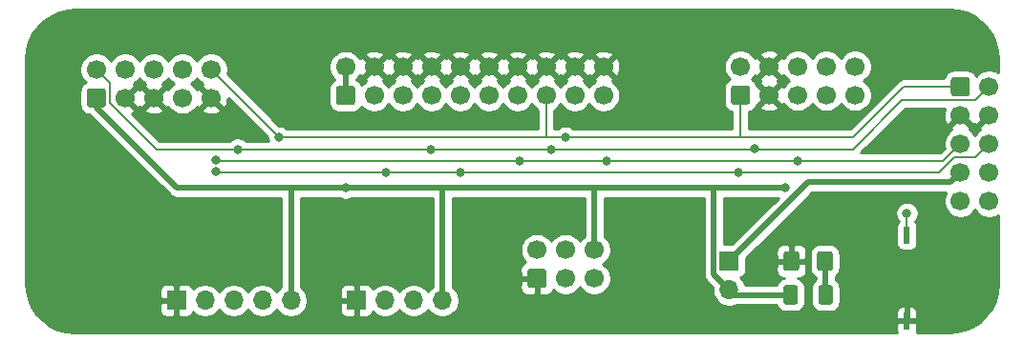
<source format=gtl>
G04 #@! TF.GenerationSoftware,KiCad,Pcbnew,(5.1.10)-1*
G04 #@! TF.CreationDate,2022-05-27T16:58:45+02:00*
G04 #@! TF.ProjectId,STM_programming_ports,53544d5f-7072-46f6-9772-616d6d696e67,rev?*
G04 #@! TF.SameCoordinates,Original*
G04 #@! TF.FileFunction,Copper,L1,Top*
G04 #@! TF.FilePolarity,Positive*
%FSLAX46Y46*%
G04 Gerber Fmt 4.6, Leading zero omitted, Abs format (unit mm)*
G04 Created by KiCad (PCBNEW (5.1.10)-1) date 2022-05-27 16:58:45*
%MOMM*%
%LPD*%
G01*
G04 APERTURE LIST*
G04 #@! TA.AperFunction,ComponentPad*
%ADD10C,1.700000*%
G04 #@! TD*
G04 #@! TA.AperFunction,SMDPad,CuDef*
%ADD11R,0.600000X1.500000*%
G04 #@! TD*
G04 #@! TA.AperFunction,ComponentPad*
%ADD12O,1.700000X1.700000*%
G04 #@! TD*
G04 #@! TA.AperFunction,ComponentPad*
%ADD13R,1.700000X1.700000*%
G04 #@! TD*
G04 #@! TA.AperFunction,ViaPad*
%ADD14C,0.800000*%
G04 #@! TD*
G04 #@! TA.AperFunction,Conductor*
%ADD15C,0.200000*%
G04 #@! TD*
G04 #@! TA.AperFunction,Conductor*
%ADD16C,0.500000*%
G04 #@! TD*
G04 #@! TA.AperFunction,Conductor*
%ADD17C,0.254000*%
G04 #@! TD*
G04 #@! TA.AperFunction,Conductor*
%ADD18C,0.150000*%
G04 #@! TD*
G04 APERTURE END LIST*
D10*
X160040000Y-57660000D03*
X160040000Y-55120000D03*
X160040000Y-52580000D03*
X160040000Y-50040000D03*
X160040000Y-47500000D03*
X157500000Y-57660000D03*
X157500000Y-55120000D03*
X157500000Y-52580000D03*
X157500000Y-50040000D03*
G04 #@! TA.AperFunction,ComponentPad*
G36*
G01*
X156650000Y-48100000D02*
X156650000Y-46900000D01*
G75*
G02*
X156900000Y-46650000I250000J0D01*
G01*
X158100000Y-46650000D01*
G75*
G02*
X158350000Y-46900000I0J-250000D01*
G01*
X158350000Y-48100000D01*
G75*
G02*
X158100000Y-48350000I-250000J0D01*
G01*
X156900000Y-48350000D01*
G75*
G02*
X156650000Y-48100000I0J250000D01*
G01*
G37*
G04 #@! TD.AperFunction*
X148160000Y-45710000D03*
X145620000Y-45710000D03*
X143080000Y-45710000D03*
X140540000Y-45710000D03*
X138000000Y-45710000D03*
X148160000Y-48250000D03*
X145620000Y-48250000D03*
X143080000Y-48250000D03*
X140540000Y-48250000D03*
G04 #@! TA.AperFunction,ComponentPad*
G36*
G01*
X138600000Y-49100000D02*
X137400000Y-49100000D01*
G75*
G02*
X137150000Y-48850000I0J250000D01*
G01*
X137150000Y-47650000D01*
G75*
G02*
X137400000Y-47400000I250000J0D01*
G01*
X138600000Y-47400000D01*
G75*
G02*
X138850000Y-47650000I0J-250000D01*
G01*
X138850000Y-48850000D01*
G75*
G02*
X138600000Y-49100000I-250000J0D01*
G01*
G37*
G04 #@! TD.AperFunction*
D11*
X152750000Y-60675000D03*
X152750000Y-68325000D03*
G04 #@! TA.AperFunction,SMDPad,CuDef*
G36*
G01*
X144900000Y-66625000D02*
X144900000Y-65375000D01*
G75*
G02*
X145150000Y-65125000I250000J0D01*
G01*
X145950000Y-65125000D01*
G75*
G02*
X146200000Y-65375000I0J-250000D01*
G01*
X146200000Y-66625000D01*
G75*
G02*
X145950000Y-66875000I-250000J0D01*
G01*
X145150000Y-66875000D01*
G75*
G02*
X144900000Y-66625000I0J250000D01*
G01*
G37*
G04 #@! TD.AperFunction*
G04 #@! TA.AperFunction,SMDPad,CuDef*
G36*
G01*
X141800000Y-66625000D02*
X141800000Y-65375000D01*
G75*
G02*
X142050000Y-65125000I250000J0D01*
G01*
X142850000Y-65125000D01*
G75*
G02*
X143100000Y-65375000I0J-250000D01*
G01*
X143100000Y-66625000D01*
G75*
G02*
X142850000Y-66875000I-250000J0D01*
G01*
X142050000Y-66875000D01*
G75*
G02*
X141800000Y-66625000I0J250000D01*
G01*
G37*
G04 #@! TD.AperFunction*
D12*
X98160000Y-66500000D03*
X95620000Y-66500000D03*
X93080000Y-66500000D03*
X90540000Y-66500000D03*
D13*
X88000000Y-66500000D03*
D12*
X111580000Y-66500000D03*
X109040000Y-66500000D03*
X106500000Y-66500000D03*
D13*
X103960000Y-66500000D03*
D10*
X125040000Y-62000000D03*
X122500000Y-62000000D03*
X119960000Y-62000000D03*
X125040000Y-64540000D03*
X122500000Y-64540000D03*
G04 #@! TA.AperFunction,ComponentPad*
G36*
G01*
X120560000Y-65390000D02*
X119360000Y-65390000D01*
G75*
G02*
X119110000Y-65140000I0J250000D01*
G01*
X119110000Y-63940000D01*
G75*
G02*
X119360000Y-63690000I250000J0D01*
G01*
X120560000Y-63690000D01*
G75*
G02*
X120810000Y-63940000I0J-250000D01*
G01*
X120810000Y-65140000D01*
G75*
G02*
X120560000Y-65390000I-250000J0D01*
G01*
G37*
G04 #@! TD.AperFunction*
D12*
X137000000Y-65540000D03*
D13*
X137000000Y-63000000D03*
D10*
X125860000Y-45740000D03*
X123320000Y-45740000D03*
X120780000Y-45740000D03*
X118240000Y-45740000D03*
X115700000Y-45740000D03*
X113160000Y-45740000D03*
X110620000Y-45740000D03*
X108080000Y-45740000D03*
X105540000Y-45740000D03*
X103000000Y-45740000D03*
X125860000Y-48280000D03*
X123320000Y-48280000D03*
X120780000Y-48280000D03*
X118240000Y-48280000D03*
X115700000Y-48280000D03*
X113160000Y-48280000D03*
X110620000Y-48280000D03*
X108080000Y-48280000D03*
X105540000Y-48280000D03*
G04 #@! TA.AperFunction,ComponentPad*
G36*
G01*
X103600000Y-49130000D02*
X102400000Y-49130000D01*
G75*
G02*
X102150000Y-48880000I0J250000D01*
G01*
X102150000Y-47680000D01*
G75*
G02*
X102400000Y-47430000I250000J0D01*
G01*
X103600000Y-47430000D01*
G75*
G02*
X103850000Y-47680000I0J-250000D01*
G01*
X103850000Y-48880000D01*
G75*
G02*
X103600000Y-49130000I-250000J0D01*
G01*
G37*
G04 #@! TD.AperFunction*
X91080001Y-45960000D03*
X88540001Y-45960000D03*
X86000001Y-45960000D03*
X83460001Y-45960000D03*
X80920001Y-45960000D03*
X91080001Y-48500000D03*
X88540001Y-48500000D03*
X86000001Y-48500000D03*
X83460001Y-48500000D03*
G04 #@! TA.AperFunction,ComponentPad*
G36*
G01*
X81520001Y-49350000D02*
X80320001Y-49350000D01*
G75*
G02*
X80070001Y-49100000I0J250000D01*
G01*
X80070001Y-47900000D01*
G75*
G02*
X80320001Y-47650000I250000J0D01*
G01*
X81520001Y-47650000D01*
G75*
G02*
X81770001Y-47900000I0J-250000D01*
G01*
X81770001Y-49100000D01*
G75*
G02*
X81520001Y-49350000I-250000J0D01*
G01*
G37*
G04 #@! TD.AperFunction*
G04 #@! TA.AperFunction,SMDPad,CuDef*
G36*
G01*
X144775000Y-63625000D02*
X144775000Y-62375000D01*
G75*
G02*
X145025000Y-62125000I250000J0D01*
G01*
X145950000Y-62125000D01*
G75*
G02*
X146200000Y-62375000I0J-250000D01*
G01*
X146200000Y-63625000D01*
G75*
G02*
X145950000Y-63875000I-250000J0D01*
G01*
X145025000Y-63875000D01*
G75*
G02*
X144775000Y-63625000I0J250000D01*
G01*
G37*
G04 #@! TD.AperFunction*
G04 #@! TA.AperFunction,SMDPad,CuDef*
G36*
G01*
X141800000Y-63625000D02*
X141800000Y-62375000D01*
G75*
G02*
X142050000Y-62125000I250000J0D01*
G01*
X142975000Y-62125000D01*
G75*
G02*
X143225000Y-62375000I0J-250000D01*
G01*
X143225000Y-63625000D01*
G75*
G02*
X142975000Y-63875000I-250000J0D01*
G01*
X142050000Y-63875000D01*
G75*
G02*
X141800000Y-63625000I0J250000D01*
G01*
G37*
G04 #@! TD.AperFunction*
D14*
X97120001Y-52000000D03*
X122500000Y-52000000D03*
X152750000Y-58750000D03*
X91500000Y-54000000D03*
X118391994Y-54108006D03*
X126108006Y-54108006D03*
X143108006Y-54108006D03*
X91500000Y-55054003D03*
X113162009Y-55162009D03*
X106587991Y-55162009D03*
X137837991Y-55162009D03*
X110554003Y-53054003D03*
X93445997Y-53054003D03*
X121254003Y-53054003D03*
X139250000Y-53000000D03*
X139250000Y-58000000D03*
X140500000Y-50500000D03*
X144250000Y-50250000D03*
X103000000Y-56500000D03*
X142000000Y-56500000D03*
D15*
X157500000Y-47500000D02*
X152500000Y-47500000D01*
X97120001Y-52000000D02*
X91080001Y-45960000D01*
X152500000Y-47500000D02*
X148000000Y-52000000D01*
X122500000Y-52000000D02*
X121000000Y-52000000D01*
X120780000Y-51970000D02*
X120750000Y-52000000D01*
X120780000Y-48280000D02*
X120780000Y-51970000D01*
X120750000Y-52000000D02*
X97120001Y-52000000D01*
X121000000Y-52000000D02*
X120750000Y-52000000D01*
X152750000Y-60675000D02*
X152750000Y-58750000D01*
X138000000Y-48250000D02*
X138000000Y-52000000D01*
X138000000Y-52000000D02*
X122500000Y-52000000D01*
X148000000Y-52000000D02*
X138000000Y-52000000D01*
X157500000Y-52580000D02*
X155971994Y-54108006D01*
X155971994Y-54108006D02*
X144108006Y-54108006D01*
X91608006Y-54108006D02*
X91500000Y-54000000D01*
X138108006Y-54108006D02*
X138000000Y-54108006D01*
X118391994Y-54108006D02*
X91608006Y-54108006D01*
X126108006Y-54108006D02*
X118391994Y-54108006D01*
X138108006Y-54108006D02*
X126108006Y-54108006D01*
X143108006Y-54108006D02*
X138108006Y-54108006D01*
X144108006Y-54108006D02*
X143108006Y-54108006D01*
X156938065Y-53784001D02*
X155560057Y-55162009D01*
X158835999Y-53784001D02*
X156938065Y-53784001D01*
X160040000Y-52580000D02*
X158835999Y-53784001D01*
X142837991Y-55162009D02*
X138000000Y-55162009D01*
X155560057Y-55162009D02*
X142837991Y-55162009D01*
X91608006Y-55162009D02*
X91500000Y-55054003D01*
X106337991Y-55162009D02*
X91608006Y-55162009D01*
X113162009Y-55202009D02*
X113162009Y-55162009D01*
X106500000Y-55250000D02*
X106587991Y-55162009D01*
X106587991Y-55162009D02*
X106337991Y-55162009D01*
X113162009Y-55162009D02*
X106587991Y-55162009D01*
X137837991Y-55162009D02*
X113162009Y-55162009D01*
X138000000Y-55162009D02*
X137837991Y-55162009D01*
X158835990Y-48704010D02*
X152295990Y-48704010D01*
X160040000Y-47500000D02*
X158835990Y-48704010D01*
X152295990Y-48704010D02*
X147945997Y-53054003D01*
X82124011Y-47164010D02*
X80920001Y-45960000D01*
X82124011Y-48945932D02*
X82124011Y-47164010D01*
X86232082Y-53054003D02*
X82124011Y-48945932D01*
X93445997Y-53054003D02*
X86232082Y-53054003D01*
X110554003Y-53054003D02*
X93445997Y-53054003D01*
X121254003Y-53054003D02*
X110554003Y-53054003D01*
X139304003Y-53054003D02*
X139250000Y-53000000D01*
X147945997Y-53054003D02*
X139304003Y-53054003D01*
X139304003Y-53054003D02*
X121254003Y-53054003D01*
D16*
X137460000Y-66000000D02*
X137000000Y-65540000D01*
X142450000Y-66000000D02*
X137460000Y-66000000D01*
X135645999Y-56604001D02*
X135750000Y-56500000D01*
X135645999Y-64185999D02*
X135645999Y-56604001D01*
X137000000Y-65540000D02*
X135645999Y-64185999D01*
X130540000Y-56500000D02*
X135750000Y-56500000D01*
X80920001Y-49350000D02*
X80920001Y-48500000D01*
X88070001Y-56500000D02*
X80920001Y-49350000D01*
X98160000Y-56590000D02*
X98250000Y-56500000D01*
X98160000Y-66500000D02*
X98160000Y-56590000D01*
X98250000Y-56500000D02*
X88070001Y-56500000D01*
X111580000Y-66500000D02*
X111580000Y-56670000D01*
X111580000Y-56670000D02*
X111750000Y-56500000D01*
X103000000Y-56500000D02*
X98250000Y-56500000D01*
X111750000Y-56500000D02*
X103000000Y-56500000D01*
X125040000Y-56560000D02*
X125100000Y-56500000D01*
X125040000Y-62000000D02*
X125040000Y-56560000D01*
X125100000Y-56500000D02*
X111750000Y-56500000D01*
X130540000Y-56500000D02*
X125100000Y-56500000D01*
X103000000Y-45740000D02*
X103000000Y-48280000D01*
X142000000Y-56500000D02*
X137500000Y-56500000D01*
X137500000Y-56500000D02*
X138000000Y-56500000D01*
X135750000Y-56500000D02*
X137500000Y-56500000D01*
X145550000Y-63062500D02*
X145487500Y-63000000D01*
X145550000Y-66000000D02*
X145550000Y-63062500D01*
X157500000Y-55120000D02*
X156620000Y-56000000D01*
X144000000Y-56000000D02*
X137000000Y-63000000D01*
X156620000Y-56000000D02*
X144000000Y-56000000D01*
D17*
X157268083Y-40731173D02*
X158011891Y-40934656D01*
X158707905Y-41266638D01*
X159334130Y-41716626D01*
X159870777Y-42270403D01*
X160300871Y-42910451D01*
X160610829Y-43616553D01*
X160792065Y-44371457D01*
X160840000Y-45024207D01*
X160840000Y-46248549D01*
X160743411Y-46184010D01*
X160473158Y-46072068D01*
X160186260Y-46015000D01*
X159893740Y-46015000D01*
X159606842Y-46072068D01*
X159336589Y-46184010D01*
X159093368Y-46346525D01*
X158906285Y-46533608D01*
X158838405Y-46406614D01*
X158727962Y-46272038D01*
X158593386Y-46161595D01*
X158439850Y-46079528D01*
X158273254Y-46028992D01*
X158100000Y-46011928D01*
X156900000Y-46011928D01*
X156726746Y-46028992D01*
X156560150Y-46079528D01*
X156406614Y-46161595D01*
X156272038Y-46272038D01*
X156161595Y-46406614D01*
X156079528Y-46560150D01*
X156028992Y-46726746D01*
X156025224Y-46765000D01*
X152536104Y-46765000D01*
X152499999Y-46761444D01*
X152355914Y-46775635D01*
X152344848Y-46778992D01*
X152217367Y-46817663D01*
X152089680Y-46885913D01*
X151977762Y-46977762D01*
X151954746Y-47005807D01*
X147695554Y-51265000D01*
X138735000Y-51265000D01*
X138735000Y-49724776D01*
X138773254Y-49721008D01*
X138939850Y-49670472D01*
X139093386Y-49588405D01*
X139227962Y-49477962D01*
X139338405Y-49343386D01*
X139373142Y-49278397D01*
X139691208Y-49278397D01*
X139768843Y-49527472D01*
X140032883Y-49653371D01*
X140316411Y-49725339D01*
X140608531Y-49740611D01*
X140898019Y-49698599D01*
X141173747Y-49600919D01*
X141311157Y-49527472D01*
X141388792Y-49278397D01*
X140540000Y-48429605D01*
X139691208Y-49278397D01*
X139373142Y-49278397D01*
X139420472Y-49189850D01*
X139453580Y-49080707D01*
X139511603Y-49098792D01*
X140360395Y-48250000D01*
X139511603Y-47401208D01*
X139453580Y-47419293D01*
X139420472Y-47310150D01*
X139338405Y-47156614D01*
X139227962Y-47022038D01*
X139093386Y-46911595D01*
X138966392Y-46843715D01*
X139071710Y-46738397D01*
X139691208Y-46738397D01*
X139766514Y-46980000D01*
X139691208Y-47221603D01*
X140540000Y-48070395D01*
X141388792Y-47221603D01*
X141313486Y-46980000D01*
X141388792Y-46738397D01*
X140540000Y-45889605D01*
X139691208Y-46738397D01*
X139071710Y-46738397D01*
X139153475Y-46656632D01*
X139269311Y-46483271D01*
X139511603Y-46558792D01*
X140360395Y-45710000D01*
X140719605Y-45710000D01*
X141568397Y-46558792D01*
X141810689Y-46483271D01*
X141926525Y-46656632D01*
X142133368Y-46863475D01*
X142307760Y-46980000D01*
X142133368Y-47096525D01*
X141926525Y-47303368D01*
X141810689Y-47476729D01*
X141568397Y-47401208D01*
X140719605Y-48250000D01*
X141568397Y-49098792D01*
X141810689Y-49023271D01*
X141926525Y-49196632D01*
X142133368Y-49403475D01*
X142376589Y-49565990D01*
X142646842Y-49677932D01*
X142933740Y-49735000D01*
X143226260Y-49735000D01*
X143513158Y-49677932D01*
X143783411Y-49565990D01*
X144026632Y-49403475D01*
X144233475Y-49196632D01*
X144350000Y-49022240D01*
X144466525Y-49196632D01*
X144673368Y-49403475D01*
X144916589Y-49565990D01*
X145186842Y-49677932D01*
X145473740Y-49735000D01*
X145766260Y-49735000D01*
X146053158Y-49677932D01*
X146323411Y-49565990D01*
X146566632Y-49403475D01*
X146773475Y-49196632D01*
X146890000Y-49022240D01*
X147006525Y-49196632D01*
X147213368Y-49403475D01*
X147456589Y-49565990D01*
X147726842Y-49677932D01*
X148013740Y-49735000D01*
X148306260Y-49735000D01*
X148593158Y-49677932D01*
X148863411Y-49565990D01*
X149106632Y-49403475D01*
X149313475Y-49196632D01*
X149475990Y-48953411D01*
X149587932Y-48683158D01*
X149645000Y-48396260D01*
X149645000Y-48103740D01*
X149587932Y-47816842D01*
X149475990Y-47546589D01*
X149313475Y-47303368D01*
X149106632Y-47096525D01*
X148932240Y-46980000D01*
X149106632Y-46863475D01*
X149313475Y-46656632D01*
X149475990Y-46413411D01*
X149587932Y-46143158D01*
X149645000Y-45856260D01*
X149645000Y-45563740D01*
X149587932Y-45276842D01*
X149475990Y-45006589D01*
X149313475Y-44763368D01*
X149106632Y-44556525D01*
X148863411Y-44394010D01*
X148593158Y-44282068D01*
X148306260Y-44225000D01*
X148013740Y-44225000D01*
X147726842Y-44282068D01*
X147456589Y-44394010D01*
X147213368Y-44556525D01*
X147006525Y-44763368D01*
X146890000Y-44937760D01*
X146773475Y-44763368D01*
X146566632Y-44556525D01*
X146323411Y-44394010D01*
X146053158Y-44282068D01*
X145766260Y-44225000D01*
X145473740Y-44225000D01*
X145186842Y-44282068D01*
X144916589Y-44394010D01*
X144673368Y-44556525D01*
X144466525Y-44763368D01*
X144350000Y-44937760D01*
X144233475Y-44763368D01*
X144026632Y-44556525D01*
X143783411Y-44394010D01*
X143513158Y-44282068D01*
X143226260Y-44225000D01*
X142933740Y-44225000D01*
X142646842Y-44282068D01*
X142376589Y-44394010D01*
X142133368Y-44556525D01*
X141926525Y-44763368D01*
X141810689Y-44936729D01*
X141568397Y-44861208D01*
X140719605Y-45710000D01*
X140360395Y-45710000D01*
X139511603Y-44861208D01*
X139269311Y-44936729D01*
X139153475Y-44763368D01*
X139071710Y-44681603D01*
X139691208Y-44681603D01*
X140540000Y-45530395D01*
X141388792Y-44681603D01*
X141311157Y-44432528D01*
X141047117Y-44306629D01*
X140763589Y-44234661D01*
X140471469Y-44219389D01*
X140181981Y-44261401D01*
X139906253Y-44359081D01*
X139768843Y-44432528D01*
X139691208Y-44681603D01*
X139071710Y-44681603D01*
X138946632Y-44556525D01*
X138703411Y-44394010D01*
X138433158Y-44282068D01*
X138146260Y-44225000D01*
X137853740Y-44225000D01*
X137566842Y-44282068D01*
X137296589Y-44394010D01*
X137053368Y-44556525D01*
X136846525Y-44763368D01*
X136684010Y-45006589D01*
X136572068Y-45276842D01*
X136515000Y-45563740D01*
X136515000Y-45856260D01*
X136572068Y-46143158D01*
X136684010Y-46413411D01*
X136846525Y-46656632D01*
X137033608Y-46843715D01*
X136906614Y-46911595D01*
X136772038Y-47022038D01*
X136661595Y-47156614D01*
X136579528Y-47310150D01*
X136528992Y-47476746D01*
X136511928Y-47650000D01*
X136511928Y-48850000D01*
X136528992Y-49023254D01*
X136579528Y-49189850D01*
X136661595Y-49343386D01*
X136772038Y-49477962D01*
X136906614Y-49588405D01*
X137060150Y-49670472D01*
X137226746Y-49721008D01*
X137265000Y-49724776D01*
X137265001Y-51265000D01*
X123228711Y-51265000D01*
X123159774Y-51196063D01*
X122990256Y-51082795D01*
X122801898Y-51004774D01*
X122601939Y-50965000D01*
X122398061Y-50965000D01*
X122198102Y-51004774D01*
X122009744Y-51082795D01*
X121840226Y-51196063D01*
X121771289Y-51265000D01*
X121515000Y-51265000D01*
X121515000Y-49574883D01*
X121726632Y-49433475D01*
X121933475Y-49226632D01*
X122050000Y-49052240D01*
X122166525Y-49226632D01*
X122373368Y-49433475D01*
X122616589Y-49595990D01*
X122886842Y-49707932D01*
X123173740Y-49765000D01*
X123466260Y-49765000D01*
X123753158Y-49707932D01*
X124023411Y-49595990D01*
X124266632Y-49433475D01*
X124473475Y-49226632D01*
X124590000Y-49052240D01*
X124706525Y-49226632D01*
X124913368Y-49433475D01*
X125156589Y-49595990D01*
X125426842Y-49707932D01*
X125713740Y-49765000D01*
X126006260Y-49765000D01*
X126293158Y-49707932D01*
X126563411Y-49595990D01*
X126806632Y-49433475D01*
X127013475Y-49226632D01*
X127175990Y-48983411D01*
X127287932Y-48713158D01*
X127345000Y-48426260D01*
X127345000Y-48133740D01*
X127287932Y-47846842D01*
X127175990Y-47576589D01*
X127013475Y-47333368D01*
X126806632Y-47126525D01*
X126633271Y-47010689D01*
X126708792Y-46768397D01*
X125860000Y-45919605D01*
X125011208Y-46768397D01*
X125086729Y-47010689D01*
X124913368Y-47126525D01*
X124706525Y-47333368D01*
X124590000Y-47507760D01*
X124473475Y-47333368D01*
X124266632Y-47126525D01*
X124093271Y-47010689D01*
X124168792Y-46768397D01*
X123320000Y-45919605D01*
X122471208Y-46768397D01*
X122546729Y-47010689D01*
X122373368Y-47126525D01*
X122166525Y-47333368D01*
X122050000Y-47507760D01*
X121933475Y-47333368D01*
X121726632Y-47126525D01*
X121553271Y-47010689D01*
X121628792Y-46768397D01*
X120780000Y-45919605D01*
X119931208Y-46768397D01*
X120006729Y-47010689D01*
X119833368Y-47126525D01*
X119626525Y-47333368D01*
X119510000Y-47507760D01*
X119393475Y-47333368D01*
X119186632Y-47126525D01*
X119013271Y-47010689D01*
X119088792Y-46768397D01*
X118240000Y-45919605D01*
X117391208Y-46768397D01*
X117466729Y-47010689D01*
X117293368Y-47126525D01*
X117086525Y-47333368D01*
X116970000Y-47507760D01*
X116853475Y-47333368D01*
X116646632Y-47126525D01*
X116473271Y-47010689D01*
X116548792Y-46768397D01*
X115700000Y-45919605D01*
X114851208Y-46768397D01*
X114926729Y-47010689D01*
X114753368Y-47126525D01*
X114546525Y-47333368D01*
X114430000Y-47507760D01*
X114313475Y-47333368D01*
X114106632Y-47126525D01*
X113933271Y-47010689D01*
X114008792Y-46768397D01*
X113160000Y-45919605D01*
X112311208Y-46768397D01*
X112386729Y-47010689D01*
X112213368Y-47126525D01*
X112006525Y-47333368D01*
X111890000Y-47507760D01*
X111773475Y-47333368D01*
X111566632Y-47126525D01*
X111393271Y-47010689D01*
X111468792Y-46768397D01*
X110620000Y-45919605D01*
X109771208Y-46768397D01*
X109846729Y-47010689D01*
X109673368Y-47126525D01*
X109466525Y-47333368D01*
X109350000Y-47507760D01*
X109233475Y-47333368D01*
X109026632Y-47126525D01*
X108853271Y-47010689D01*
X108928792Y-46768397D01*
X108080000Y-45919605D01*
X107231208Y-46768397D01*
X107306729Y-47010689D01*
X107133368Y-47126525D01*
X106926525Y-47333368D01*
X106810000Y-47507760D01*
X106693475Y-47333368D01*
X106486632Y-47126525D01*
X106313271Y-47010689D01*
X106388792Y-46768397D01*
X105540000Y-45919605D01*
X104691208Y-46768397D01*
X104766729Y-47010689D01*
X104593368Y-47126525D01*
X104406285Y-47313608D01*
X104338405Y-47186614D01*
X104227962Y-47052038D01*
X104093386Y-46941595D01*
X103966392Y-46873715D01*
X104153475Y-46686632D01*
X104269311Y-46513271D01*
X104511603Y-46588792D01*
X105360395Y-45740000D01*
X105719605Y-45740000D01*
X106568397Y-46588792D01*
X106810000Y-46513486D01*
X107051603Y-46588792D01*
X107900395Y-45740000D01*
X108259605Y-45740000D01*
X109108397Y-46588792D01*
X109350000Y-46513486D01*
X109591603Y-46588792D01*
X110440395Y-45740000D01*
X110799605Y-45740000D01*
X111648397Y-46588792D01*
X111890000Y-46513486D01*
X112131603Y-46588792D01*
X112980395Y-45740000D01*
X113339605Y-45740000D01*
X114188397Y-46588792D01*
X114430000Y-46513486D01*
X114671603Y-46588792D01*
X115520395Y-45740000D01*
X115879605Y-45740000D01*
X116728397Y-46588792D01*
X116970000Y-46513486D01*
X117211603Y-46588792D01*
X118060395Y-45740000D01*
X118419605Y-45740000D01*
X119268397Y-46588792D01*
X119510000Y-46513486D01*
X119751603Y-46588792D01*
X120600395Y-45740000D01*
X120959605Y-45740000D01*
X121808397Y-46588792D01*
X122050000Y-46513486D01*
X122291603Y-46588792D01*
X123140395Y-45740000D01*
X123499605Y-45740000D01*
X124348397Y-46588792D01*
X124590000Y-46513486D01*
X124831603Y-46588792D01*
X125680395Y-45740000D01*
X126039605Y-45740000D01*
X126888397Y-46588792D01*
X127137472Y-46511157D01*
X127263371Y-46247117D01*
X127335339Y-45963589D01*
X127350611Y-45671469D01*
X127308599Y-45381981D01*
X127210919Y-45106253D01*
X127137472Y-44968843D01*
X126888397Y-44891208D01*
X126039605Y-45740000D01*
X125680395Y-45740000D01*
X124831603Y-44891208D01*
X124590000Y-44966514D01*
X124348397Y-44891208D01*
X123499605Y-45740000D01*
X123140395Y-45740000D01*
X122291603Y-44891208D01*
X122050000Y-44966514D01*
X121808397Y-44891208D01*
X120959605Y-45740000D01*
X120600395Y-45740000D01*
X119751603Y-44891208D01*
X119510000Y-44966514D01*
X119268397Y-44891208D01*
X118419605Y-45740000D01*
X118060395Y-45740000D01*
X117211603Y-44891208D01*
X116970000Y-44966514D01*
X116728397Y-44891208D01*
X115879605Y-45740000D01*
X115520395Y-45740000D01*
X114671603Y-44891208D01*
X114430000Y-44966514D01*
X114188397Y-44891208D01*
X113339605Y-45740000D01*
X112980395Y-45740000D01*
X112131603Y-44891208D01*
X111890000Y-44966514D01*
X111648397Y-44891208D01*
X110799605Y-45740000D01*
X110440395Y-45740000D01*
X109591603Y-44891208D01*
X109350000Y-44966514D01*
X109108397Y-44891208D01*
X108259605Y-45740000D01*
X107900395Y-45740000D01*
X107051603Y-44891208D01*
X106810000Y-44966514D01*
X106568397Y-44891208D01*
X105719605Y-45740000D01*
X105360395Y-45740000D01*
X104511603Y-44891208D01*
X104269311Y-44966729D01*
X104153475Y-44793368D01*
X104071710Y-44711603D01*
X104691208Y-44711603D01*
X105540000Y-45560395D01*
X106388792Y-44711603D01*
X107231208Y-44711603D01*
X108080000Y-45560395D01*
X108928792Y-44711603D01*
X109771208Y-44711603D01*
X110620000Y-45560395D01*
X111468792Y-44711603D01*
X112311208Y-44711603D01*
X113160000Y-45560395D01*
X114008792Y-44711603D01*
X114851208Y-44711603D01*
X115700000Y-45560395D01*
X116548792Y-44711603D01*
X117391208Y-44711603D01*
X118240000Y-45560395D01*
X119088792Y-44711603D01*
X119931208Y-44711603D01*
X120780000Y-45560395D01*
X121628792Y-44711603D01*
X122471208Y-44711603D01*
X123320000Y-45560395D01*
X124168792Y-44711603D01*
X125011208Y-44711603D01*
X125860000Y-45560395D01*
X126708792Y-44711603D01*
X126631157Y-44462528D01*
X126367117Y-44336629D01*
X126083589Y-44264661D01*
X125791469Y-44249389D01*
X125501981Y-44291401D01*
X125226253Y-44389081D01*
X125088843Y-44462528D01*
X125011208Y-44711603D01*
X124168792Y-44711603D01*
X124091157Y-44462528D01*
X123827117Y-44336629D01*
X123543589Y-44264661D01*
X123251469Y-44249389D01*
X122961981Y-44291401D01*
X122686253Y-44389081D01*
X122548843Y-44462528D01*
X122471208Y-44711603D01*
X121628792Y-44711603D01*
X121551157Y-44462528D01*
X121287117Y-44336629D01*
X121003589Y-44264661D01*
X120711469Y-44249389D01*
X120421981Y-44291401D01*
X120146253Y-44389081D01*
X120008843Y-44462528D01*
X119931208Y-44711603D01*
X119088792Y-44711603D01*
X119011157Y-44462528D01*
X118747117Y-44336629D01*
X118463589Y-44264661D01*
X118171469Y-44249389D01*
X117881981Y-44291401D01*
X117606253Y-44389081D01*
X117468843Y-44462528D01*
X117391208Y-44711603D01*
X116548792Y-44711603D01*
X116471157Y-44462528D01*
X116207117Y-44336629D01*
X115923589Y-44264661D01*
X115631469Y-44249389D01*
X115341981Y-44291401D01*
X115066253Y-44389081D01*
X114928843Y-44462528D01*
X114851208Y-44711603D01*
X114008792Y-44711603D01*
X113931157Y-44462528D01*
X113667117Y-44336629D01*
X113383589Y-44264661D01*
X113091469Y-44249389D01*
X112801981Y-44291401D01*
X112526253Y-44389081D01*
X112388843Y-44462528D01*
X112311208Y-44711603D01*
X111468792Y-44711603D01*
X111391157Y-44462528D01*
X111127117Y-44336629D01*
X110843589Y-44264661D01*
X110551469Y-44249389D01*
X110261981Y-44291401D01*
X109986253Y-44389081D01*
X109848843Y-44462528D01*
X109771208Y-44711603D01*
X108928792Y-44711603D01*
X108851157Y-44462528D01*
X108587117Y-44336629D01*
X108303589Y-44264661D01*
X108011469Y-44249389D01*
X107721981Y-44291401D01*
X107446253Y-44389081D01*
X107308843Y-44462528D01*
X107231208Y-44711603D01*
X106388792Y-44711603D01*
X106311157Y-44462528D01*
X106047117Y-44336629D01*
X105763589Y-44264661D01*
X105471469Y-44249389D01*
X105181981Y-44291401D01*
X104906253Y-44389081D01*
X104768843Y-44462528D01*
X104691208Y-44711603D01*
X104071710Y-44711603D01*
X103946632Y-44586525D01*
X103703411Y-44424010D01*
X103433158Y-44312068D01*
X103146260Y-44255000D01*
X102853740Y-44255000D01*
X102566842Y-44312068D01*
X102296589Y-44424010D01*
X102053368Y-44586525D01*
X101846525Y-44793368D01*
X101684010Y-45036589D01*
X101572068Y-45306842D01*
X101515000Y-45593740D01*
X101515000Y-45886260D01*
X101572068Y-46173158D01*
X101684010Y-46443411D01*
X101846525Y-46686632D01*
X102033608Y-46873715D01*
X101906614Y-46941595D01*
X101772038Y-47052038D01*
X101661595Y-47186614D01*
X101579528Y-47340150D01*
X101528992Y-47506746D01*
X101511928Y-47680000D01*
X101511928Y-48880000D01*
X101528992Y-49053254D01*
X101579528Y-49219850D01*
X101661595Y-49373386D01*
X101772038Y-49507962D01*
X101906614Y-49618405D01*
X102060150Y-49700472D01*
X102226746Y-49751008D01*
X102400000Y-49768072D01*
X103600000Y-49768072D01*
X103773254Y-49751008D01*
X103939850Y-49700472D01*
X104093386Y-49618405D01*
X104227962Y-49507962D01*
X104338405Y-49373386D01*
X104406285Y-49246392D01*
X104593368Y-49433475D01*
X104836589Y-49595990D01*
X105106842Y-49707932D01*
X105393740Y-49765000D01*
X105686260Y-49765000D01*
X105973158Y-49707932D01*
X106243411Y-49595990D01*
X106486632Y-49433475D01*
X106693475Y-49226632D01*
X106810000Y-49052240D01*
X106926525Y-49226632D01*
X107133368Y-49433475D01*
X107376589Y-49595990D01*
X107646842Y-49707932D01*
X107933740Y-49765000D01*
X108226260Y-49765000D01*
X108513158Y-49707932D01*
X108783411Y-49595990D01*
X109026632Y-49433475D01*
X109233475Y-49226632D01*
X109350000Y-49052240D01*
X109466525Y-49226632D01*
X109673368Y-49433475D01*
X109916589Y-49595990D01*
X110186842Y-49707932D01*
X110473740Y-49765000D01*
X110766260Y-49765000D01*
X111053158Y-49707932D01*
X111323411Y-49595990D01*
X111566632Y-49433475D01*
X111773475Y-49226632D01*
X111890000Y-49052240D01*
X112006525Y-49226632D01*
X112213368Y-49433475D01*
X112456589Y-49595990D01*
X112726842Y-49707932D01*
X113013740Y-49765000D01*
X113306260Y-49765000D01*
X113593158Y-49707932D01*
X113863411Y-49595990D01*
X114106632Y-49433475D01*
X114313475Y-49226632D01*
X114430000Y-49052240D01*
X114546525Y-49226632D01*
X114753368Y-49433475D01*
X114996589Y-49595990D01*
X115266842Y-49707932D01*
X115553740Y-49765000D01*
X115846260Y-49765000D01*
X116133158Y-49707932D01*
X116403411Y-49595990D01*
X116646632Y-49433475D01*
X116853475Y-49226632D01*
X116970000Y-49052240D01*
X117086525Y-49226632D01*
X117293368Y-49433475D01*
X117536589Y-49595990D01*
X117806842Y-49707932D01*
X118093740Y-49765000D01*
X118386260Y-49765000D01*
X118673158Y-49707932D01*
X118943411Y-49595990D01*
X119186632Y-49433475D01*
X119393475Y-49226632D01*
X119510000Y-49052240D01*
X119626525Y-49226632D01*
X119833368Y-49433475D01*
X120045000Y-49574883D01*
X120045001Y-51265000D01*
X97848712Y-51265000D01*
X97779775Y-51196063D01*
X97610257Y-51082795D01*
X97421899Y-51004774D01*
X97221940Y-50965000D01*
X97124448Y-50965000D01*
X92515345Y-46355897D01*
X92565001Y-46106260D01*
X92565001Y-45813740D01*
X92507933Y-45526842D01*
X92395991Y-45256589D01*
X92233476Y-45013368D01*
X92026633Y-44806525D01*
X91783412Y-44644010D01*
X91513159Y-44532068D01*
X91226261Y-44475000D01*
X90933741Y-44475000D01*
X90646843Y-44532068D01*
X90376590Y-44644010D01*
X90133369Y-44806525D01*
X89926526Y-45013368D01*
X89810001Y-45187760D01*
X89693476Y-45013368D01*
X89486633Y-44806525D01*
X89243412Y-44644010D01*
X88973159Y-44532068D01*
X88686261Y-44475000D01*
X88393741Y-44475000D01*
X88106843Y-44532068D01*
X87836590Y-44644010D01*
X87593369Y-44806525D01*
X87386526Y-45013368D01*
X87270001Y-45187760D01*
X87153476Y-45013368D01*
X86946633Y-44806525D01*
X86703412Y-44644010D01*
X86433159Y-44532068D01*
X86146261Y-44475000D01*
X85853741Y-44475000D01*
X85566843Y-44532068D01*
X85296590Y-44644010D01*
X85053369Y-44806525D01*
X84846526Y-45013368D01*
X84730001Y-45187760D01*
X84613476Y-45013368D01*
X84406633Y-44806525D01*
X84163412Y-44644010D01*
X83893159Y-44532068D01*
X83606261Y-44475000D01*
X83313741Y-44475000D01*
X83026843Y-44532068D01*
X82756590Y-44644010D01*
X82513369Y-44806525D01*
X82306526Y-45013368D01*
X82190001Y-45187760D01*
X82073476Y-45013368D01*
X81866633Y-44806525D01*
X81623412Y-44644010D01*
X81353159Y-44532068D01*
X81066261Y-44475000D01*
X80773741Y-44475000D01*
X80486843Y-44532068D01*
X80216590Y-44644010D01*
X79973369Y-44806525D01*
X79766526Y-45013368D01*
X79604011Y-45256589D01*
X79492069Y-45526842D01*
X79435001Y-45813740D01*
X79435001Y-46106260D01*
X79492069Y-46393158D01*
X79604011Y-46663411D01*
X79766526Y-46906632D01*
X79953609Y-47093715D01*
X79826615Y-47161595D01*
X79692039Y-47272038D01*
X79581596Y-47406614D01*
X79499529Y-47560150D01*
X79448993Y-47726746D01*
X79431929Y-47900000D01*
X79431929Y-49100000D01*
X79448993Y-49273254D01*
X79499529Y-49439850D01*
X79581596Y-49593386D01*
X79692039Y-49727962D01*
X79826615Y-49838405D01*
X79980151Y-49920472D01*
X80146747Y-49971008D01*
X80300069Y-49986109D01*
X80324957Y-50006534D01*
X87413471Y-57095049D01*
X87441184Y-57128817D01*
X87474952Y-57156530D01*
X87474954Y-57156532D01*
X87546453Y-57215210D01*
X87575942Y-57239411D01*
X87729688Y-57321589D01*
X87845904Y-57356843D01*
X87896510Y-57372195D01*
X87911307Y-57373652D01*
X88026524Y-57385000D01*
X88026532Y-57385000D01*
X88070001Y-57389281D01*
X88113470Y-57385000D01*
X97275001Y-57385000D01*
X97275000Y-65305344D01*
X97213368Y-65346525D01*
X97006525Y-65553368D01*
X96890000Y-65727760D01*
X96773475Y-65553368D01*
X96566632Y-65346525D01*
X96323411Y-65184010D01*
X96053158Y-65072068D01*
X95766260Y-65015000D01*
X95473740Y-65015000D01*
X95186842Y-65072068D01*
X94916589Y-65184010D01*
X94673368Y-65346525D01*
X94466525Y-65553368D01*
X94350000Y-65727760D01*
X94233475Y-65553368D01*
X94026632Y-65346525D01*
X93783411Y-65184010D01*
X93513158Y-65072068D01*
X93226260Y-65015000D01*
X92933740Y-65015000D01*
X92646842Y-65072068D01*
X92376589Y-65184010D01*
X92133368Y-65346525D01*
X91926525Y-65553368D01*
X91810000Y-65727760D01*
X91693475Y-65553368D01*
X91486632Y-65346525D01*
X91243411Y-65184010D01*
X90973158Y-65072068D01*
X90686260Y-65015000D01*
X90393740Y-65015000D01*
X90106842Y-65072068D01*
X89836589Y-65184010D01*
X89593368Y-65346525D01*
X89461513Y-65478380D01*
X89439502Y-65405820D01*
X89380537Y-65295506D01*
X89301185Y-65198815D01*
X89204494Y-65119463D01*
X89094180Y-65060498D01*
X88974482Y-65024188D01*
X88850000Y-65011928D01*
X88285750Y-65015000D01*
X88127000Y-65173750D01*
X88127000Y-66373000D01*
X88147000Y-66373000D01*
X88147000Y-66627000D01*
X88127000Y-66627000D01*
X88127000Y-67826250D01*
X88285750Y-67985000D01*
X88850000Y-67988072D01*
X88974482Y-67975812D01*
X89094180Y-67939502D01*
X89204494Y-67880537D01*
X89301185Y-67801185D01*
X89380537Y-67704494D01*
X89439502Y-67594180D01*
X89461513Y-67521620D01*
X89593368Y-67653475D01*
X89836589Y-67815990D01*
X90106842Y-67927932D01*
X90393740Y-67985000D01*
X90686260Y-67985000D01*
X90973158Y-67927932D01*
X91243411Y-67815990D01*
X91486632Y-67653475D01*
X91693475Y-67446632D01*
X91810000Y-67272240D01*
X91926525Y-67446632D01*
X92133368Y-67653475D01*
X92376589Y-67815990D01*
X92646842Y-67927932D01*
X92933740Y-67985000D01*
X93226260Y-67985000D01*
X93513158Y-67927932D01*
X93783411Y-67815990D01*
X94026632Y-67653475D01*
X94233475Y-67446632D01*
X94350000Y-67272240D01*
X94466525Y-67446632D01*
X94673368Y-67653475D01*
X94916589Y-67815990D01*
X95186842Y-67927932D01*
X95473740Y-67985000D01*
X95766260Y-67985000D01*
X96053158Y-67927932D01*
X96323411Y-67815990D01*
X96566632Y-67653475D01*
X96773475Y-67446632D01*
X96890000Y-67272240D01*
X97006525Y-67446632D01*
X97213368Y-67653475D01*
X97456589Y-67815990D01*
X97726842Y-67927932D01*
X98013740Y-67985000D01*
X98306260Y-67985000D01*
X98593158Y-67927932D01*
X98863411Y-67815990D01*
X99106632Y-67653475D01*
X99313475Y-67446632D01*
X99378042Y-67350000D01*
X102471928Y-67350000D01*
X102484188Y-67474482D01*
X102520498Y-67594180D01*
X102579463Y-67704494D01*
X102658815Y-67801185D01*
X102755506Y-67880537D01*
X102865820Y-67939502D01*
X102985518Y-67975812D01*
X103110000Y-67988072D01*
X103674250Y-67985000D01*
X103833000Y-67826250D01*
X103833000Y-66627000D01*
X102633750Y-66627000D01*
X102475000Y-66785750D01*
X102471928Y-67350000D01*
X99378042Y-67350000D01*
X99475990Y-67203411D01*
X99587932Y-66933158D01*
X99645000Y-66646260D01*
X99645000Y-66353740D01*
X99587932Y-66066842D01*
X99475990Y-65796589D01*
X99378043Y-65650000D01*
X102471928Y-65650000D01*
X102475000Y-66214250D01*
X102633750Y-66373000D01*
X103833000Y-66373000D01*
X103833000Y-65173750D01*
X103674250Y-65015000D01*
X103110000Y-65011928D01*
X102985518Y-65024188D01*
X102865820Y-65060498D01*
X102755506Y-65119463D01*
X102658815Y-65198815D01*
X102579463Y-65295506D01*
X102520498Y-65405820D01*
X102484188Y-65525518D01*
X102471928Y-65650000D01*
X99378043Y-65650000D01*
X99313475Y-65553368D01*
X99106632Y-65346525D01*
X99045000Y-65305344D01*
X99045000Y-57385000D01*
X102461546Y-57385000D01*
X102509744Y-57417205D01*
X102698102Y-57495226D01*
X102898061Y-57535000D01*
X103101939Y-57535000D01*
X103301898Y-57495226D01*
X103490256Y-57417205D01*
X103538454Y-57385000D01*
X110695001Y-57385000D01*
X110695000Y-65305344D01*
X110633368Y-65346525D01*
X110426525Y-65553368D01*
X110310000Y-65727760D01*
X110193475Y-65553368D01*
X109986632Y-65346525D01*
X109743411Y-65184010D01*
X109473158Y-65072068D01*
X109186260Y-65015000D01*
X108893740Y-65015000D01*
X108606842Y-65072068D01*
X108336589Y-65184010D01*
X108093368Y-65346525D01*
X107886525Y-65553368D01*
X107770000Y-65727760D01*
X107653475Y-65553368D01*
X107446632Y-65346525D01*
X107203411Y-65184010D01*
X106933158Y-65072068D01*
X106646260Y-65015000D01*
X106353740Y-65015000D01*
X106066842Y-65072068D01*
X105796589Y-65184010D01*
X105553368Y-65346525D01*
X105421513Y-65478380D01*
X105399502Y-65405820D01*
X105340537Y-65295506D01*
X105261185Y-65198815D01*
X105164494Y-65119463D01*
X105054180Y-65060498D01*
X104934482Y-65024188D01*
X104810000Y-65011928D01*
X104245750Y-65015000D01*
X104087000Y-65173750D01*
X104087000Y-66373000D01*
X104107000Y-66373000D01*
X104107000Y-66627000D01*
X104087000Y-66627000D01*
X104087000Y-67826250D01*
X104245750Y-67985000D01*
X104810000Y-67988072D01*
X104934482Y-67975812D01*
X105054180Y-67939502D01*
X105164494Y-67880537D01*
X105261185Y-67801185D01*
X105340537Y-67704494D01*
X105399502Y-67594180D01*
X105421513Y-67521620D01*
X105553368Y-67653475D01*
X105796589Y-67815990D01*
X106066842Y-67927932D01*
X106353740Y-67985000D01*
X106646260Y-67985000D01*
X106933158Y-67927932D01*
X107203411Y-67815990D01*
X107446632Y-67653475D01*
X107653475Y-67446632D01*
X107770000Y-67272240D01*
X107886525Y-67446632D01*
X108093368Y-67653475D01*
X108336589Y-67815990D01*
X108606842Y-67927932D01*
X108893740Y-67985000D01*
X109186260Y-67985000D01*
X109473158Y-67927932D01*
X109743411Y-67815990D01*
X109986632Y-67653475D01*
X110193475Y-67446632D01*
X110310000Y-67272240D01*
X110426525Y-67446632D01*
X110633368Y-67653475D01*
X110876589Y-67815990D01*
X111146842Y-67927932D01*
X111433740Y-67985000D01*
X111726260Y-67985000D01*
X112013158Y-67927932D01*
X112283411Y-67815990D01*
X112526632Y-67653475D01*
X112605107Y-67575000D01*
X151811928Y-67575000D01*
X151815000Y-68039250D01*
X151973750Y-68198000D01*
X152623000Y-68198000D01*
X152623000Y-67098750D01*
X152877000Y-67098750D01*
X152877000Y-68198000D01*
X153526250Y-68198000D01*
X153685000Y-68039250D01*
X153688072Y-67575000D01*
X153675812Y-67450518D01*
X153639502Y-67330820D01*
X153580537Y-67220506D01*
X153501185Y-67123815D01*
X153404494Y-67044463D01*
X153294180Y-66985498D01*
X153174482Y-66949188D01*
X153050000Y-66936928D01*
X153035750Y-66940000D01*
X152877000Y-67098750D01*
X152623000Y-67098750D01*
X152464250Y-66940000D01*
X152450000Y-66936928D01*
X152325518Y-66949188D01*
X152205820Y-66985498D01*
X152095506Y-67044463D01*
X151998815Y-67123815D01*
X151919463Y-67220506D01*
X151860498Y-67330820D01*
X151824188Y-67450518D01*
X151811928Y-67575000D01*
X112605107Y-67575000D01*
X112733475Y-67446632D01*
X112895990Y-67203411D01*
X113007932Y-66933158D01*
X113065000Y-66646260D01*
X113065000Y-66353740D01*
X113007932Y-66066842D01*
X112895990Y-65796589D01*
X112733475Y-65553368D01*
X112570107Y-65390000D01*
X118471928Y-65390000D01*
X118484188Y-65514482D01*
X118520498Y-65634180D01*
X118579463Y-65744494D01*
X118658815Y-65841185D01*
X118755506Y-65920537D01*
X118865820Y-65979502D01*
X118985518Y-66015812D01*
X119110000Y-66028072D01*
X119674250Y-66025000D01*
X119833000Y-65866250D01*
X119833000Y-64667000D01*
X118633750Y-64667000D01*
X118475000Y-64825750D01*
X118471928Y-65390000D01*
X112570107Y-65390000D01*
X112526632Y-65346525D01*
X112465000Y-65305344D01*
X112465000Y-57385000D01*
X124155001Y-57385000D01*
X124155000Y-60805344D01*
X124093368Y-60846525D01*
X123886525Y-61053368D01*
X123770000Y-61227760D01*
X123653475Y-61053368D01*
X123446632Y-60846525D01*
X123203411Y-60684010D01*
X122933158Y-60572068D01*
X122646260Y-60515000D01*
X122353740Y-60515000D01*
X122066842Y-60572068D01*
X121796589Y-60684010D01*
X121553368Y-60846525D01*
X121346525Y-61053368D01*
X121230000Y-61227760D01*
X121113475Y-61053368D01*
X120906632Y-60846525D01*
X120663411Y-60684010D01*
X120393158Y-60572068D01*
X120106260Y-60515000D01*
X119813740Y-60515000D01*
X119526842Y-60572068D01*
X119256589Y-60684010D01*
X119013368Y-60846525D01*
X118806525Y-61053368D01*
X118644010Y-61296589D01*
X118532068Y-61566842D01*
X118475000Y-61853740D01*
X118475000Y-62146260D01*
X118532068Y-62433158D01*
X118644010Y-62703411D01*
X118806525Y-62946632D01*
X118938380Y-63078487D01*
X118865820Y-63100498D01*
X118755506Y-63159463D01*
X118658815Y-63238815D01*
X118579463Y-63335506D01*
X118520498Y-63445820D01*
X118484188Y-63565518D01*
X118471928Y-63690000D01*
X118475000Y-64254250D01*
X118633750Y-64413000D01*
X119833000Y-64413000D01*
X119833000Y-64393000D01*
X120087000Y-64393000D01*
X120087000Y-64413000D01*
X120107000Y-64413000D01*
X120107000Y-64667000D01*
X120087000Y-64667000D01*
X120087000Y-65866250D01*
X120245750Y-66025000D01*
X120810000Y-66028072D01*
X120934482Y-66015812D01*
X121054180Y-65979502D01*
X121164494Y-65920537D01*
X121261185Y-65841185D01*
X121340537Y-65744494D01*
X121399502Y-65634180D01*
X121421513Y-65561620D01*
X121553368Y-65693475D01*
X121796589Y-65855990D01*
X122066842Y-65967932D01*
X122353740Y-66025000D01*
X122646260Y-66025000D01*
X122933158Y-65967932D01*
X123203411Y-65855990D01*
X123446632Y-65693475D01*
X123653475Y-65486632D01*
X123770000Y-65312240D01*
X123886525Y-65486632D01*
X124093368Y-65693475D01*
X124336589Y-65855990D01*
X124606842Y-65967932D01*
X124893740Y-66025000D01*
X125186260Y-66025000D01*
X125473158Y-65967932D01*
X125743411Y-65855990D01*
X125986632Y-65693475D01*
X126193475Y-65486632D01*
X126355990Y-65243411D01*
X126467932Y-64973158D01*
X126525000Y-64686260D01*
X126525000Y-64393740D01*
X126467932Y-64106842D01*
X126355990Y-63836589D01*
X126193475Y-63593368D01*
X125986632Y-63386525D01*
X125812240Y-63270000D01*
X125986632Y-63153475D01*
X126193475Y-62946632D01*
X126355990Y-62703411D01*
X126467932Y-62433158D01*
X126525000Y-62146260D01*
X126525000Y-61853740D01*
X126467932Y-61566842D01*
X126355990Y-61296589D01*
X126193475Y-61053368D01*
X125986632Y-60846525D01*
X125925000Y-60805344D01*
X125925000Y-57385000D01*
X134761000Y-57385000D01*
X134760999Y-64142530D01*
X134756718Y-64185999D01*
X134760999Y-64229468D01*
X134760999Y-64229475D01*
X134768062Y-64301185D01*
X134773804Y-64359489D01*
X134787773Y-64405537D01*
X134824410Y-64526311D01*
X134906588Y-64680057D01*
X135017182Y-64814816D01*
X135050955Y-64842533D01*
X135529461Y-65321040D01*
X135515000Y-65393740D01*
X135515000Y-65686260D01*
X135572068Y-65973158D01*
X135684010Y-66243411D01*
X135846525Y-66486632D01*
X136053368Y-66693475D01*
X136296589Y-66855990D01*
X136566842Y-66967932D01*
X136853740Y-67025000D01*
X137146260Y-67025000D01*
X137433158Y-66967932D01*
X137633374Y-66885000D01*
X141205306Y-66885000D01*
X141229528Y-66964850D01*
X141311595Y-67118386D01*
X141422038Y-67252962D01*
X141556614Y-67363405D01*
X141710150Y-67445472D01*
X141876746Y-67496008D01*
X142050000Y-67513072D01*
X142850000Y-67513072D01*
X143023254Y-67496008D01*
X143189850Y-67445472D01*
X143343386Y-67363405D01*
X143477962Y-67252962D01*
X143588405Y-67118386D01*
X143670472Y-66964850D01*
X143721008Y-66798254D01*
X143738072Y-66625000D01*
X143738072Y-65375000D01*
X143721008Y-65201746D01*
X143670472Y-65035150D01*
X143588405Y-64881614D01*
X143477962Y-64747038D01*
X143343386Y-64636595D01*
X143189850Y-64554528D01*
X143049011Y-64511805D01*
X143225000Y-64513072D01*
X143349482Y-64500812D01*
X143469180Y-64464502D01*
X143579494Y-64405537D01*
X143676185Y-64326185D01*
X143755537Y-64229494D01*
X143814502Y-64119180D01*
X143850812Y-63999482D01*
X143863072Y-63875000D01*
X143860000Y-63285750D01*
X143701250Y-63127000D01*
X142639500Y-63127000D01*
X142639500Y-63147000D01*
X142385500Y-63147000D01*
X142385500Y-63127000D01*
X141323750Y-63127000D01*
X141165000Y-63285750D01*
X141161928Y-63875000D01*
X141174188Y-63999482D01*
X141210498Y-64119180D01*
X141269463Y-64229494D01*
X141348815Y-64326185D01*
X141445506Y-64405537D01*
X141555820Y-64464502D01*
X141675518Y-64500812D01*
X141800000Y-64513072D01*
X141847951Y-64512727D01*
X141710150Y-64554528D01*
X141556614Y-64636595D01*
X141422038Y-64747038D01*
X141311595Y-64881614D01*
X141229528Y-65035150D01*
X141205306Y-65115000D01*
X138429555Y-65115000D01*
X138427932Y-65106842D01*
X138315990Y-64836589D01*
X138153475Y-64593368D01*
X138021620Y-64461513D01*
X138094180Y-64439502D01*
X138204494Y-64380537D01*
X138301185Y-64301185D01*
X138380537Y-64204494D01*
X138439502Y-64094180D01*
X138475812Y-63974482D01*
X138488072Y-63850000D01*
X138488072Y-62763506D01*
X139126578Y-62125000D01*
X141161928Y-62125000D01*
X141165000Y-62714250D01*
X141323750Y-62873000D01*
X142385500Y-62873000D01*
X142385500Y-61648750D01*
X142639500Y-61648750D01*
X142639500Y-62873000D01*
X143701250Y-62873000D01*
X143860000Y-62714250D01*
X143861768Y-62375000D01*
X144136928Y-62375000D01*
X144136928Y-63625000D01*
X144153992Y-63798254D01*
X144204528Y-63964850D01*
X144286595Y-64118386D01*
X144397038Y-64252962D01*
X144531614Y-64363405D01*
X144665001Y-64434702D01*
X144665000Y-64632112D01*
X144656614Y-64636595D01*
X144522038Y-64747038D01*
X144411595Y-64881614D01*
X144329528Y-65035150D01*
X144278992Y-65201746D01*
X144261928Y-65375000D01*
X144261928Y-66625000D01*
X144278992Y-66798254D01*
X144329528Y-66964850D01*
X144411595Y-67118386D01*
X144522038Y-67252962D01*
X144656614Y-67363405D01*
X144810150Y-67445472D01*
X144976746Y-67496008D01*
X145150000Y-67513072D01*
X145950000Y-67513072D01*
X146123254Y-67496008D01*
X146289850Y-67445472D01*
X146443386Y-67363405D01*
X146577962Y-67252962D01*
X146688405Y-67118386D01*
X146770472Y-66964850D01*
X146821008Y-66798254D01*
X146838072Y-66625000D01*
X146838072Y-65375000D01*
X146821008Y-65201746D01*
X146770472Y-65035150D01*
X146688405Y-64881614D01*
X146577962Y-64747038D01*
X146443386Y-64636595D01*
X146435000Y-64632113D01*
X146435000Y-64367887D01*
X146443386Y-64363405D01*
X146577962Y-64252962D01*
X146688405Y-64118386D01*
X146770472Y-63964850D01*
X146821008Y-63798254D01*
X146838072Y-63625000D01*
X146838072Y-62375000D01*
X146821008Y-62201746D01*
X146770472Y-62035150D01*
X146688405Y-61881614D01*
X146577962Y-61747038D01*
X146443386Y-61636595D01*
X146289850Y-61554528D01*
X146123254Y-61503992D01*
X145950000Y-61486928D01*
X145025000Y-61486928D01*
X144851746Y-61503992D01*
X144685150Y-61554528D01*
X144531614Y-61636595D01*
X144397038Y-61747038D01*
X144286595Y-61881614D01*
X144204528Y-62035150D01*
X144153992Y-62201746D01*
X144136928Y-62375000D01*
X143861768Y-62375000D01*
X143863072Y-62125000D01*
X143850812Y-62000518D01*
X143814502Y-61880820D01*
X143755537Y-61770506D01*
X143676185Y-61673815D01*
X143579494Y-61594463D01*
X143469180Y-61535498D01*
X143349482Y-61499188D01*
X143225000Y-61486928D01*
X142798250Y-61490000D01*
X142639500Y-61648750D01*
X142385500Y-61648750D01*
X142226750Y-61490000D01*
X141800000Y-61486928D01*
X141675518Y-61499188D01*
X141555820Y-61535498D01*
X141445506Y-61594463D01*
X141348815Y-61673815D01*
X141269463Y-61770506D01*
X141210498Y-61880820D01*
X141174188Y-62000518D01*
X141161928Y-62125000D01*
X139126578Y-62125000D01*
X142603517Y-58648061D01*
X151715000Y-58648061D01*
X151715000Y-58851939D01*
X151754774Y-59051898D01*
X151832795Y-59240256D01*
X151946063Y-59409774D01*
X152005015Y-59468726D01*
X151998815Y-59473815D01*
X151919463Y-59570506D01*
X151860498Y-59680820D01*
X151824188Y-59800518D01*
X151811928Y-59925000D01*
X151811928Y-61425000D01*
X151824188Y-61549482D01*
X151860498Y-61669180D01*
X151919463Y-61779494D01*
X151998815Y-61876185D01*
X152095506Y-61955537D01*
X152205820Y-62014502D01*
X152325518Y-62050812D01*
X152450000Y-62063072D01*
X153050000Y-62063072D01*
X153174482Y-62050812D01*
X153294180Y-62014502D01*
X153404494Y-61955537D01*
X153501185Y-61876185D01*
X153580537Y-61779494D01*
X153639502Y-61669180D01*
X153675812Y-61549482D01*
X153688072Y-61425000D01*
X153688072Y-59925000D01*
X153675812Y-59800518D01*
X153639502Y-59680820D01*
X153580537Y-59570506D01*
X153501185Y-59473815D01*
X153494985Y-59468726D01*
X153553937Y-59409774D01*
X153667205Y-59240256D01*
X153745226Y-59051898D01*
X153785000Y-58851939D01*
X153785000Y-58648061D01*
X153745226Y-58448102D01*
X153667205Y-58259744D01*
X153553937Y-58090226D01*
X153409774Y-57946063D01*
X153240256Y-57832795D01*
X153051898Y-57754774D01*
X152851939Y-57715000D01*
X152648061Y-57715000D01*
X152448102Y-57754774D01*
X152259744Y-57832795D01*
X152090226Y-57946063D01*
X151946063Y-58090226D01*
X151832795Y-58259744D01*
X151754774Y-58448102D01*
X151715000Y-58648061D01*
X142603517Y-58648061D01*
X144366579Y-56885000D01*
X156231844Y-56885000D01*
X156184010Y-56956589D01*
X156072068Y-57226842D01*
X156015000Y-57513740D01*
X156015000Y-57806260D01*
X156072068Y-58093158D01*
X156184010Y-58363411D01*
X156346525Y-58606632D01*
X156553368Y-58813475D01*
X156796589Y-58975990D01*
X157066842Y-59087932D01*
X157353740Y-59145000D01*
X157646260Y-59145000D01*
X157933158Y-59087932D01*
X158203411Y-58975990D01*
X158446632Y-58813475D01*
X158653475Y-58606632D01*
X158770000Y-58432240D01*
X158886525Y-58606632D01*
X159093368Y-58813475D01*
X159336589Y-58975990D01*
X159606842Y-59087932D01*
X159893740Y-59145000D01*
X160186260Y-59145000D01*
X160473158Y-59087932D01*
X160743411Y-58975990D01*
X160840001Y-58911451D01*
X160840001Y-64970597D01*
X160768827Y-65768083D01*
X160565344Y-66511890D01*
X160233363Y-67207904D01*
X159783374Y-67834130D01*
X159229597Y-68370777D01*
X158589549Y-68800871D01*
X157883447Y-69110829D01*
X157128543Y-69292065D01*
X156475793Y-69340000D01*
X153628373Y-69340000D01*
X153639502Y-69319180D01*
X153675812Y-69199482D01*
X153688072Y-69075000D01*
X153685000Y-68610750D01*
X153526250Y-68452000D01*
X152877000Y-68452000D01*
X152877000Y-68472000D01*
X152623000Y-68472000D01*
X152623000Y-68452000D01*
X151973750Y-68452000D01*
X151815000Y-68610750D01*
X151811928Y-69075000D01*
X151824188Y-69199482D01*
X151860498Y-69319180D01*
X151871627Y-69340000D01*
X79029392Y-69340000D01*
X78231917Y-69268827D01*
X77488110Y-69065344D01*
X76792096Y-68733363D01*
X76165870Y-68283374D01*
X75629223Y-67729597D01*
X75374145Y-67350000D01*
X86511928Y-67350000D01*
X86524188Y-67474482D01*
X86560498Y-67594180D01*
X86619463Y-67704494D01*
X86698815Y-67801185D01*
X86795506Y-67880537D01*
X86905820Y-67939502D01*
X87025518Y-67975812D01*
X87150000Y-67988072D01*
X87714250Y-67985000D01*
X87873000Y-67826250D01*
X87873000Y-66627000D01*
X86673750Y-66627000D01*
X86515000Y-66785750D01*
X86511928Y-67350000D01*
X75374145Y-67350000D01*
X75199129Y-67089549D01*
X74889171Y-66383447D01*
X74713087Y-65650000D01*
X86511928Y-65650000D01*
X86515000Y-66214250D01*
X86673750Y-66373000D01*
X87873000Y-66373000D01*
X87873000Y-65173750D01*
X87714250Y-65015000D01*
X87150000Y-65011928D01*
X87025518Y-65024188D01*
X86905820Y-65060498D01*
X86795506Y-65119463D01*
X86698815Y-65198815D01*
X86619463Y-65295506D01*
X86560498Y-65405820D01*
X86524188Y-65525518D01*
X86511928Y-65650000D01*
X74713087Y-65650000D01*
X74707935Y-65628543D01*
X74660000Y-64975793D01*
X74660000Y-45029392D01*
X74731173Y-44231917D01*
X74934656Y-43488109D01*
X75266638Y-42792095D01*
X75716626Y-42165870D01*
X76270403Y-41629223D01*
X76910451Y-41199129D01*
X77616553Y-40889171D01*
X78371457Y-40707935D01*
X79024207Y-40660000D01*
X156470608Y-40660000D01*
X157268083Y-40731173D01*
G04 #@! TA.AperFunction,Conductor*
D18*
G36*
X157268083Y-40731173D02*
G01*
X158011891Y-40934656D01*
X158707905Y-41266638D01*
X159334130Y-41716626D01*
X159870777Y-42270403D01*
X160300871Y-42910451D01*
X160610829Y-43616553D01*
X160792065Y-44371457D01*
X160840000Y-45024207D01*
X160840000Y-46248549D01*
X160743411Y-46184010D01*
X160473158Y-46072068D01*
X160186260Y-46015000D01*
X159893740Y-46015000D01*
X159606842Y-46072068D01*
X159336589Y-46184010D01*
X159093368Y-46346525D01*
X158906285Y-46533608D01*
X158838405Y-46406614D01*
X158727962Y-46272038D01*
X158593386Y-46161595D01*
X158439850Y-46079528D01*
X158273254Y-46028992D01*
X158100000Y-46011928D01*
X156900000Y-46011928D01*
X156726746Y-46028992D01*
X156560150Y-46079528D01*
X156406614Y-46161595D01*
X156272038Y-46272038D01*
X156161595Y-46406614D01*
X156079528Y-46560150D01*
X156028992Y-46726746D01*
X156025224Y-46765000D01*
X152536104Y-46765000D01*
X152499999Y-46761444D01*
X152355914Y-46775635D01*
X152344848Y-46778992D01*
X152217367Y-46817663D01*
X152089680Y-46885913D01*
X151977762Y-46977762D01*
X151954746Y-47005807D01*
X147695554Y-51265000D01*
X138735000Y-51265000D01*
X138735000Y-49724776D01*
X138773254Y-49721008D01*
X138939850Y-49670472D01*
X139093386Y-49588405D01*
X139227962Y-49477962D01*
X139338405Y-49343386D01*
X139373142Y-49278397D01*
X139691208Y-49278397D01*
X139768843Y-49527472D01*
X140032883Y-49653371D01*
X140316411Y-49725339D01*
X140608531Y-49740611D01*
X140898019Y-49698599D01*
X141173747Y-49600919D01*
X141311157Y-49527472D01*
X141388792Y-49278397D01*
X140540000Y-48429605D01*
X139691208Y-49278397D01*
X139373142Y-49278397D01*
X139420472Y-49189850D01*
X139453580Y-49080707D01*
X139511603Y-49098792D01*
X140360395Y-48250000D01*
X139511603Y-47401208D01*
X139453580Y-47419293D01*
X139420472Y-47310150D01*
X139338405Y-47156614D01*
X139227962Y-47022038D01*
X139093386Y-46911595D01*
X138966392Y-46843715D01*
X139071710Y-46738397D01*
X139691208Y-46738397D01*
X139766514Y-46980000D01*
X139691208Y-47221603D01*
X140540000Y-48070395D01*
X141388792Y-47221603D01*
X141313486Y-46980000D01*
X141388792Y-46738397D01*
X140540000Y-45889605D01*
X139691208Y-46738397D01*
X139071710Y-46738397D01*
X139153475Y-46656632D01*
X139269311Y-46483271D01*
X139511603Y-46558792D01*
X140360395Y-45710000D01*
X140719605Y-45710000D01*
X141568397Y-46558792D01*
X141810689Y-46483271D01*
X141926525Y-46656632D01*
X142133368Y-46863475D01*
X142307760Y-46980000D01*
X142133368Y-47096525D01*
X141926525Y-47303368D01*
X141810689Y-47476729D01*
X141568397Y-47401208D01*
X140719605Y-48250000D01*
X141568397Y-49098792D01*
X141810689Y-49023271D01*
X141926525Y-49196632D01*
X142133368Y-49403475D01*
X142376589Y-49565990D01*
X142646842Y-49677932D01*
X142933740Y-49735000D01*
X143226260Y-49735000D01*
X143513158Y-49677932D01*
X143783411Y-49565990D01*
X144026632Y-49403475D01*
X144233475Y-49196632D01*
X144350000Y-49022240D01*
X144466525Y-49196632D01*
X144673368Y-49403475D01*
X144916589Y-49565990D01*
X145186842Y-49677932D01*
X145473740Y-49735000D01*
X145766260Y-49735000D01*
X146053158Y-49677932D01*
X146323411Y-49565990D01*
X146566632Y-49403475D01*
X146773475Y-49196632D01*
X146890000Y-49022240D01*
X147006525Y-49196632D01*
X147213368Y-49403475D01*
X147456589Y-49565990D01*
X147726842Y-49677932D01*
X148013740Y-49735000D01*
X148306260Y-49735000D01*
X148593158Y-49677932D01*
X148863411Y-49565990D01*
X149106632Y-49403475D01*
X149313475Y-49196632D01*
X149475990Y-48953411D01*
X149587932Y-48683158D01*
X149645000Y-48396260D01*
X149645000Y-48103740D01*
X149587932Y-47816842D01*
X149475990Y-47546589D01*
X149313475Y-47303368D01*
X149106632Y-47096525D01*
X148932240Y-46980000D01*
X149106632Y-46863475D01*
X149313475Y-46656632D01*
X149475990Y-46413411D01*
X149587932Y-46143158D01*
X149645000Y-45856260D01*
X149645000Y-45563740D01*
X149587932Y-45276842D01*
X149475990Y-45006589D01*
X149313475Y-44763368D01*
X149106632Y-44556525D01*
X148863411Y-44394010D01*
X148593158Y-44282068D01*
X148306260Y-44225000D01*
X148013740Y-44225000D01*
X147726842Y-44282068D01*
X147456589Y-44394010D01*
X147213368Y-44556525D01*
X147006525Y-44763368D01*
X146890000Y-44937760D01*
X146773475Y-44763368D01*
X146566632Y-44556525D01*
X146323411Y-44394010D01*
X146053158Y-44282068D01*
X145766260Y-44225000D01*
X145473740Y-44225000D01*
X145186842Y-44282068D01*
X144916589Y-44394010D01*
X144673368Y-44556525D01*
X144466525Y-44763368D01*
X144350000Y-44937760D01*
X144233475Y-44763368D01*
X144026632Y-44556525D01*
X143783411Y-44394010D01*
X143513158Y-44282068D01*
X143226260Y-44225000D01*
X142933740Y-44225000D01*
X142646842Y-44282068D01*
X142376589Y-44394010D01*
X142133368Y-44556525D01*
X141926525Y-44763368D01*
X141810689Y-44936729D01*
X141568397Y-44861208D01*
X140719605Y-45710000D01*
X140360395Y-45710000D01*
X139511603Y-44861208D01*
X139269311Y-44936729D01*
X139153475Y-44763368D01*
X139071710Y-44681603D01*
X139691208Y-44681603D01*
X140540000Y-45530395D01*
X141388792Y-44681603D01*
X141311157Y-44432528D01*
X141047117Y-44306629D01*
X140763589Y-44234661D01*
X140471469Y-44219389D01*
X140181981Y-44261401D01*
X139906253Y-44359081D01*
X139768843Y-44432528D01*
X139691208Y-44681603D01*
X139071710Y-44681603D01*
X138946632Y-44556525D01*
X138703411Y-44394010D01*
X138433158Y-44282068D01*
X138146260Y-44225000D01*
X137853740Y-44225000D01*
X137566842Y-44282068D01*
X137296589Y-44394010D01*
X137053368Y-44556525D01*
X136846525Y-44763368D01*
X136684010Y-45006589D01*
X136572068Y-45276842D01*
X136515000Y-45563740D01*
X136515000Y-45856260D01*
X136572068Y-46143158D01*
X136684010Y-46413411D01*
X136846525Y-46656632D01*
X137033608Y-46843715D01*
X136906614Y-46911595D01*
X136772038Y-47022038D01*
X136661595Y-47156614D01*
X136579528Y-47310150D01*
X136528992Y-47476746D01*
X136511928Y-47650000D01*
X136511928Y-48850000D01*
X136528992Y-49023254D01*
X136579528Y-49189850D01*
X136661595Y-49343386D01*
X136772038Y-49477962D01*
X136906614Y-49588405D01*
X137060150Y-49670472D01*
X137226746Y-49721008D01*
X137265000Y-49724776D01*
X137265001Y-51265000D01*
X123228711Y-51265000D01*
X123159774Y-51196063D01*
X122990256Y-51082795D01*
X122801898Y-51004774D01*
X122601939Y-50965000D01*
X122398061Y-50965000D01*
X122198102Y-51004774D01*
X122009744Y-51082795D01*
X121840226Y-51196063D01*
X121771289Y-51265000D01*
X121515000Y-51265000D01*
X121515000Y-49574883D01*
X121726632Y-49433475D01*
X121933475Y-49226632D01*
X122050000Y-49052240D01*
X122166525Y-49226632D01*
X122373368Y-49433475D01*
X122616589Y-49595990D01*
X122886842Y-49707932D01*
X123173740Y-49765000D01*
X123466260Y-49765000D01*
X123753158Y-49707932D01*
X124023411Y-49595990D01*
X124266632Y-49433475D01*
X124473475Y-49226632D01*
X124590000Y-49052240D01*
X124706525Y-49226632D01*
X124913368Y-49433475D01*
X125156589Y-49595990D01*
X125426842Y-49707932D01*
X125713740Y-49765000D01*
X126006260Y-49765000D01*
X126293158Y-49707932D01*
X126563411Y-49595990D01*
X126806632Y-49433475D01*
X127013475Y-49226632D01*
X127175990Y-48983411D01*
X127287932Y-48713158D01*
X127345000Y-48426260D01*
X127345000Y-48133740D01*
X127287932Y-47846842D01*
X127175990Y-47576589D01*
X127013475Y-47333368D01*
X126806632Y-47126525D01*
X126633271Y-47010689D01*
X126708792Y-46768397D01*
X125860000Y-45919605D01*
X125011208Y-46768397D01*
X125086729Y-47010689D01*
X124913368Y-47126525D01*
X124706525Y-47333368D01*
X124590000Y-47507760D01*
X124473475Y-47333368D01*
X124266632Y-47126525D01*
X124093271Y-47010689D01*
X124168792Y-46768397D01*
X123320000Y-45919605D01*
X122471208Y-46768397D01*
X122546729Y-47010689D01*
X122373368Y-47126525D01*
X122166525Y-47333368D01*
X122050000Y-47507760D01*
X121933475Y-47333368D01*
X121726632Y-47126525D01*
X121553271Y-47010689D01*
X121628792Y-46768397D01*
X120780000Y-45919605D01*
X119931208Y-46768397D01*
X120006729Y-47010689D01*
X119833368Y-47126525D01*
X119626525Y-47333368D01*
X119510000Y-47507760D01*
X119393475Y-47333368D01*
X119186632Y-47126525D01*
X119013271Y-47010689D01*
X119088792Y-46768397D01*
X118240000Y-45919605D01*
X117391208Y-46768397D01*
X117466729Y-47010689D01*
X117293368Y-47126525D01*
X117086525Y-47333368D01*
X116970000Y-47507760D01*
X116853475Y-47333368D01*
X116646632Y-47126525D01*
X116473271Y-47010689D01*
X116548792Y-46768397D01*
X115700000Y-45919605D01*
X114851208Y-46768397D01*
X114926729Y-47010689D01*
X114753368Y-47126525D01*
X114546525Y-47333368D01*
X114430000Y-47507760D01*
X114313475Y-47333368D01*
X114106632Y-47126525D01*
X113933271Y-47010689D01*
X114008792Y-46768397D01*
X113160000Y-45919605D01*
X112311208Y-46768397D01*
X112386729Y-47010689D01*
X112213368Y-47126525D01*
X112006525Y-47333368D01*
X111890000Y-47507760D01*
X111773475Y-47333368D01*
X111566632Y-47126525D01*
X111393271Y-47010689D01*
X111468792Y-46768397D01*
X110620000Y-45919605D01*
X109771208Y-46768397D01*
X109846729Y-47010689D01*
X109673368Y-47126525D01*
X109466525Y-47333368D01*
X109350000Y-47507760D01*
X109233475Y-47333368D01*
X109026632Y-47126525D01*
X108853271Y-47010689D01*
X108928792Y-46768397D01*
X108080000Y-45919605D01*
X107231208Y-46768397D01*
X107306729Y-47010689D01*
X107133368Y-47126525D01*
X106926525Y-47333368D01*
X106810000Y-47507760D01*
X106693475Y-47333368D01*
X106486632Y-47126525D01*
X106313271Y-47010689D01*
X106388792Y-46768397D01*
X105540000Y-45919605D01*
X104691208Y-46768397D01*
X104766729Y-47010689D01*
X104593368Y-47126525D01*
X104406285Y-47313608D01*
X104338405Y-47186614D01*
X104227962Y-47052038D01*
X104093386Y-46941595D01*
X103966392Y-46873715D01*
X104153475Y-46686632D01*
X104269311Y-46513271D01*
X104511603Y-46588792D01*
X105360395Y-45740000D01*
X105719605Y-45740000D01*
X106568397Y-46588792D01*
X106810000Y-46513486D01*
X107051603Y-46588792D01*
X107900395Y-45740000D01*
X108259605Y-45740000D01*
X109108397Y-46588792D01*
X109350000Y-46513486D01*
X109591603Y-46588792D01*
X110440395Y-45740000D01*
X110799605Y-45740000D01*
X111648397Y-46588792D01*
X111890000Y-46513486D01*
X112131603Y-46588792D01*
X112980395Y-45740000D01*
X113339605Y-45740000D01*
X114188397Y-46588792D01*
X114430000Y-46513486D01*
X114671603Y-46588792D01*
X115520395Y-45740000D01*
X115879605Y-45740000D01*
X116728397Y-46588792D01*
X116970000Y-46513486D01*
X117211603Y-46588792D01*
X118060395Y-45740000D01*
X118419605Y-45740000D01*
X119268397Y-46588792D01*
X119510000Y-46513486D01*
X119751603Y-46588792D01*
X120600395Y-45740000D01*
X120959605Y-45740000D01*
X121808397Y-46588792D01*
X122050000Y-46513486D01*
X122291603Y-46588792D01*
X123140395Y-45740000D01*
X123499605Y-45740000D01*
X124348397Y-46588792D01*
X124590000Y-46513486D01*
X124831603Y-46588792D01*
X125680395Y-45740000D01*
X126039605Y-45740000D01*
X126888397Y-46588792D01*
X127137472Y-46511157D01*
X127263371Y-46247117D01*
X127335339Y-45963589D01*
X127350611Y-45671469D01*
X127308599Y-45381981D01*
X127210919Y-45106253D01*
X127137472Y-44968843D01*
X126888397Y-44891208D01*
X126039605Y-45740000D01*
X125680395Y-45740000D01*
X124831603Y-44891208D01*
X124590000Y-44966514D01*
X124348397Y-44891208D01*
X123499605Y-45740000D01*
X123140395Y-45740000D01*
X122291603Y-44891208D01*
X122050000Y-44966514D01*
X121808397Y-44891208D01*
X120959605Y-45740000D01*
X120600395Y-45740000D01*
X119751603Y-44891208D01*
X119510000Y-44966514D01*
X119268397Y-44891208D01*
X118419605Y-45740000D01*
X118060395Y-45740000D01*
X117211603Y-44891208D01*
X116970000Y-44966514D01*
X116728397Y-44891208D01*
X115879605Y-45740000D01*
X115520395Y-45740000D01*
X114671603Y-44891208D01*
X114430000Y-44966514D01*
X114188397Y-44891208D01*
X113339605Y-45740000D01*
X112980395Y-45740000D01*
X112131603Y-44891208D01*
X111890000Y-44966514D01*
X111648397Y-44891208D01*
X110799605Y-45740000D01*
X110440395Y-45740000D01*
X109591603Y-44891208D01*
X109350000Y-44966514D01*
X109108397Y-44891208D01*
X108259605Y-45740000D01*
X107900395Y-45740000D01*
X107051603Y-44891208D01*
X106810000Y-44966514D01*
X106568397Y-44891208D01*
X105719605Y-45740000D01*
X105360395Y-45740000D01*
X104511603Y-44891208D01*
X104269311Y-44966729D01*
X104153475Y-44793368D01*
X104071710Y-44711603D01*
X104691208Y-44711603D01*
X105540000Y-45560395D01*
X106388792Y-44711603D01*
X107231208Y-44711603D01*
X108080000Y-45560395D01*
X108928792Y-44711603D01*
X109771208Y-44711603D01*
X110620000Y-45560395D01*
X111468792Y-44711603D01*
X112311208Y-44711603D01*
X113160000Y-45560395D01*
X114008792Y-44711603D01*
X114851208Y-44711603D01*
X115700000Y-45560395D01*
X116548792Y-44711603D01*
X117391208Y-44711603D01*
X118240000Y-45560395D01*
X119088792Y-44711603D01*
X119931208Y-44711603D01*
X120780000Y-45560395D01*
X121628792Y-44711603D01*
X122471208Y-44711603D01*
X123320000Y-45560395D01*
X124168792Y-44711603D01*
X125011208Y-44711603D01*
X125860000Y-45560395D01*
X126708792Y-44711603D01*
X126631157Y-44462528D01*
X126367117Y-44336629D01*
X126083589Y-44264661D01*
X125791469Y-44249389D01*
X125501981Y-44291401D01*
X125226253Y-44389081D01*
X125088843Y-44462528D01*
X125011208Y-44711603D01*
X124168792Y-44711603D01*
X124091157Y-44462528D01*
X123827117Y-44336629D01*
X123543589Y-44264661D01*
X123251469Y-44249389D01*
X122961981Y-44291401D01*
X122686253Y-44389081D01*
X122548843Y-44462528D01*
X122471208Y-44711603D01*
X121628792Y-44711603D01*
X121551157Y-44462528D01*
X121287117Y-44336629D01*
X121003589Y-44264661D01*
X120711469Y-44249389D01*
X120421981Y-44291401D01*
X120146253Y-44389081D01*
X120008843Y-44462528D01*
X119931208Y-44711603D01*
X119088792Y-44711603D01*
X119011157Y-44462528D01*
X118747117Y-44336629D01*
X118463589Y-44264661D01*
X118171469Y-44249389D01*
X117881981Y-44291401D01*
X117606253Y-44389081D01*
X117468843Y-44462528D01*
X117391208Y-44711603D01*
X116548792Y-44711603D01*
X116471157Y-44462528D01*
X116207117Y-44336629D01*
X115923589Y-44264661D01*
X115631469Y-44249389D01*
X115341981Y-44291401D01*
X115066253Y-44389081D01*
X114928843Y-44462528D01*
X114851208Y-44711603D01*
X114008792Y-44711603D01*
X113931157Y-44462528D01*
X113667117Y-44336629D01*
X113383589Y-44264661D01*
X113091469Y-44249389D01*
X112801981Y-44291401D01*
X112526253Y-44389081D01*
X112388843Y-44462528D01*
X112311208Y-44711603D01*
X111468792Y-44711603D01*
X111391157Y-44462528D01*
X111127117Y-44336629D01*
X110843589Y-44264661D01*
X110551469Y-44249389D01*
X110261981Y-44291401D01*
X109986253Y-44389081D01*
X109848843Y-44462528D01*
X109771208Y-44711603D01*
X108928792Y-44711603D01*
X108851157Y-44462528D01*
X108587117Y-44336629D01*
X108303589Y-44264661D01*
X108011469Y-44249389D01*
X107721981Y-44291401D01*
X107446253Y-44389081D01*
X107308843Y-44462528D01*
X107231208Y-44711603D01*
X106388792Y-44711603D01*
X106311157Y-44462528D01*
X106047117Y-44336629D01*
X105763589Y-44264661D01*
X105471469Y-44249389D01*
X105181981Y-44291401D01*
X104906253Y-44389081D01*
X104768843Y-44462528D01*
X104691208Y-44711603D01*
X104071710Y-44711603D01*
X103946632Y-44586525D01*
X103703411Y-44424010D01*
X103433158Y-44312068D01*
X103146260Y-44255000D01*
X102853740Y-44255000D01*
X102566842Y-44312068D01*
X102296589Y-44424010D01*
X102053368Y-44586525D01*
X101846525Y-44793368D01*
X101684010Y-45036589D01*
X101572068Y-45306842D01*
X101515000Y-45593740D01*
X101515000Y-45886260D01*
X101572068Y-46173158D01*
X101684010Y-46443411D01*
X101846525Y-46686632D01*
X102033608Y-46873715D01*
X101906614Y-46941595D01*
X101772038Y-47052038D01*
X101661595Y-47186614D01*
X101579528Y-47340150D01*
X101528992Y-47506746D01*
X101511928Y-47680000D01*
X101511928Y-48880000D01*
X101528992Y-49053254D01*
X101579528Y-49219850D01*
X101661595Y-49373386D01*
X101772038Y-49507962D01*
X101906614Y-49618405D01*
X102060150Y-49700472D01*
X102226746Y-49751008D01*
X102400000Y-49768072D01*
X103600000Y-49768072D01*
X103773254Y-49751008D01*
X103939850Y-49700472D01*
X104093386Y-49618405D01*
X104227962Y-49507962D01*
X104338405Y-49373386D01*
X104406285Y-49246392D01*
X104593368Y-49433475D01*
X104836589Y-49595990D01*
X105106842Y-49707932D01*
X105393740Y-49765000D01*
X105686260Y-49765000D01*
X105973158Y-49707932D01*
X106243411Y-49595990D01*
X106486632Y-49433475D01*
X106693475Y-49226632D01*
X106810000Y-49052240D01*
X106926525Y-49226632D01*
X107133368Y-49433475D01*
X107376589Y-49595990D01*
X107646842Y-49707932D01*
X107933740Y-49765000D01*
X108226260Y-49765000D01*
X108513158Y-49707932D01*
X108783411Y-49595990D01*
X109026632Y-49433475D01*
X109233475Y-49226632D01*
X109350000Y-49052240D01*
X109466525Y-49226632D01*
X109673368Y-49433475D01*
X109916589Y-49595990D01*
X110186842Y-49707932D01*
X110473740Y-49765000D01*
X110766260Y-49765000D01*
X111053158Y-49707932D01*
X111323411Y-49595990D01*
X111566632Y-49433475D01*
X111773475Y-49226632D01*
X111890000Y-49052240D01*
X112006525Y-49226632D01*
X112213368Y-49433475D01*
X112456589Y-49595990D01*
X112726842Y-49707932D01*
X113013740Y-49765000D01*
X113306260Y-49765000D01*
X113593158Y-49707932D01*
X113863411Y-49595990D01*
X114106632Y-49433475D01*
X114313475Y-49226632D01*
X114430000Y-49052240D01*
X114546525Y-49226632D01*
X114753368Y-49433475D01*
X114996589Y-49595990D01*
X115266842Y-49707932D01*
X115553740Y-49765000D01*
X115846260Y-49765000D01*
X116133158Y-49707932D01*
X116403411Y-49595990D01*
X116646632Y-49433475D01*
X116853475Y-49226632D01*
X116970000Y-49052240D01*
X117086525Y-49226632D01*
X117293368Y-49433475D01*
X117536589Y-49595990D01*
X117806842Y-49707932D01*
X118093740Y-49765000D01*
X118386260Y-49765000D01*
X118673158Y-49707932D01*
X118943411Y-49595990D01*
X119186632Y-49433475D01*
X119393475Y-49226632D01*
X119510000Y-49052240D01*
X119626525Y-49226632D01*
X119833368Y-49433475D01*
X120045000Y-49574883D01*
X120045001Y-51265000D01*
X97848712Y-51265000D01*
X97779775Y-51196063D01*
X97610257Y-51082795D01*
X97421899Y-51004774D01*
X97221940Y-50965000D01*
X97124448Y-50965000D01*
X92515345Y-46355897D01*
X92565001Y-46106260D01*
X92565001Y-45813740D01*
X92507933Y-45526842D01*
X92395991Y-45256589D01*
X92233476Y-45013368D01*
X92026633Y-44806525D01*
X91783412Y-44644010D01*
X91513159Y-44532068D01*
X91226261Y-44475000D01*
X90933741Y-44475000D01*
X90646843Y-44532068D01*
X90376590Y-44644010D01*
X90133369Y-44806525D01*
X89926526Y-45013368D01*
X89810001Y-45187760D01*
X89693476Y-45013368D01*
X89486633Y-44806525D01*
X89243412Y-44644010D01*
X88973159Y-44532068D01*
X88686261Y-44475000D01*
X88393741Y-44475000D01*
X88106843Y-44532068D01*
X87836590Y-44644010D01*
X87593369Y-44806525D01*
X87386526Y-45013368D01*
X87270001Y-45187760D01*
X87153476Y-45013368D01*
X86946633Y-44806525D01*
X86703412Y-44644010D01*
X86433159Y-44532068D01*
X86146261Y-44475000D01*
X85853741Y-44475000D01*
X85566843Y-44532068D01*
X85296590Y-44644010D01*
X85053369Y-44806525D01*
X84846526Y-45013368D01*
X84730001Y-45187760D01*
X84613476Y-45013368D01*
X84406633Y-44806525D01*
X84163412Y-44644010D01*
X83893159Y-44532068D01*
X83606261Y-44475000D01*
X83313741Y-44475000D01*
X83026843Y-44532068D01*
X82756590Y-44644010D01*
X82513369Y-44806525D01*
X82306526Y-45013368D01*
X82190001Y-45187760D01*
X82073476Y-45013368D01*
X81866633Y-44806525D01*
X81623412Y-44644010D01*
X81353159Y-44532068D01*
X81066261Y-44475000D01*
X80773741Y-44475000D01*
X80486843Y-44532068D01*
X80216590Y-44644010D01*
X79973369Y-44806525D01*
X79766526Y-45013368D01*
X79604011Y-45256589D01*
X79492069Y-45526842D01*
X79435001Y-45813740D01*
X79435001Y-46106260D01*
X79492069Y-46393158D01*
X79604011Y-46663411D01*
X79766526Y-46906632D01*
X79953609Y-47093715D01*
X79826615Y-47161595D01*
X79692039Y-47272038D01*
X79581596Y-47406614D01*
X79499529Y-47560150D01*
X79448993Y-47726746D01*
X79431929Y-47900000D01*
X79431929Y-49100000D01*
X79448993Y-49273254D01*
X79499529Y-49439850D01*
X79581596Y-49593386D01*
X79692039Y-49727962D01*
X79826615Y-49838405D01*
X79980151Y-49920472D01*
X80146747Y-49971008D01*
X80300069Y-49986109D01*
X80324957Y-50006534D01*
X87413471Y-57095049D01*
X87441184Y-57128817D01*
X87474952Y-57156530D01*
X87474954Y-57156532D01*
X87546453Y-57215210D01*
X87575942Y-57239411D01*
X87729688Y-57321589D01*
X87845904Y-57356843D01*
X87896510Y-57372195D01*
X87911307Y-57373652D01*
X88026524Y-57385000D01*
X88026532Y-57385000D01*
X88070001Y-57389281D01*
X88113470Y-57385000D01*
X97275001Y-57385000D01*
X97275000Y-65305344D01*
X97213368Y-65346525D01*
X97006525Y-65553368D01*
X96890000Y-65727760D01*
X96773475Y-65553368D01*
X96566632Y-65346525D01*
X96323411Y-65184010D01*
X96053158Y-65072068D01*
X95766260Y-65015000D01*
X95473740Y-65015000D01*
X95186842Y-65072068D01*
X94916589Y-65184010D01*
X94673368Y-65346525D01*
X94466525Y-65553368D01*
X94350000Y-65727760D01*
X94233475Y-65553368D01*
X94026632Y-65346525D01*
X93783411Y-65184010D01*
X93513158Y-65072068D01*
X93226260Y-65015000D01*
X92933740Y-65015000D01*
X92646842Y-65072068D01*
X92376589Y-65184010D01*
X92133368Y-65346525D01*
X91926525Y-65553368D01*
X91810000Y-65727760D01*
X91693475Y-65553368D01*
X91486632Y-65346525D01*
X91243411Y-65184010D01*
X90973158Y-65072068D01*
X90686260Y-65015000D01*
X90393740Y-65015000D01*
X90106842Y-65072068D01*
X89836589Y-65184010D01*
X89593368Y-65346525D01*
X89461513Y-65478380D01*
X89439502Y-65405820D01*
X89380537Y-65295506D01*
X89301185Y-65198815D01*
X89204494Y-65119463D01*
X89094180Y-65060498D01*
X88974482Y-65024188D01*
X88850000Y-65011928D01*
X88285750Y-65015000D01*
X88127000Y-65173750D01*
X88127000Y-66373000D01*
X88147000Y-66373000D01*
X88147000Y-66627000D01*
X88127000Y-66627000D01*
X88127000Y-67826250D01*
X88285750Y-67985000D01*
X88850000Y-67988072D01*
X88974482Y-67975812D01*
X89094180Y-67939502D01*
X89204494Y-67880537D01*
X89301185Y-67801185D01*
X89380537Y-67704494D01*
X89439502Y-67594180D01*
X89461513Y-67521620D01*
X89593368Y-67653475D01*
X89836589Y-67815990D01*
X90106842Y-67927932D01*
X90393740Y-67985000D01*
X90686260Y-67985000D01*
X90973158Y-67927932D01*
X91243411Y-67815990D01*
X91486632Y-67653475D01*
X91693475Y-67446632D01*
X91810000Y-67272240D01*
X91926525Y-67446632D01*
X92133368Y-67653475D01*
X92376589Y-67815990D01*
X92646842Y-67927932D01*
X92933740Y-67985000D01*
X93226260Y-67985000D01*
X93513158Y-67927932D01*
X93783411Y-67815990D01*
X94026632Y-67653475D01*
X94233475Y-67446632D01*
X94350000Y-67272240D01*
X94466525Y-67446632D01*
X94673368Y-67653475D01*
X94916589Y-67815990D01*
X95186842Y-67927932D01*
X95473740Y-67985000D01*
X95766260Y-67985000D01*
X96053158Y-67927932D01*
X96323411Y-67815990D01*
X96566632Y-67653475D01*
X96773475Y-67446632D01*
X96890000Y-67272240D01*
X97006525Y-67446632D01*
X97213368Y-67653475D01*
X97456589Y-67815990D01*
X97726842Y-67927932D01*
X98013740Y-67985000D01*
X98306260Y-67985000D01*
X98593158Y-67927932D01*
X98863411Y-67815990D01*
X99106632Y-67653475D01*
X99313475Y-67446632D01*
X99378042Y-67350000D01*
X102471928Y-67350000D01*
X102484188Y-67474482D01*
X102520498Y-67594180D01*
X102579463Y-67704494D01*
X102658815Y-67801185D01*
X102755506Y-67880537D01*
X102865820Y-67939502D01*
X102985518Y-67975812D01*
X103110000Y-67988072D01*
X103674250Y-67985000D01*
X103833000Y-67826250D01*
X103833000Y-66627000D01*
X102633750Y-66627000D01*
X102475000Y-66785750D01*
X102471928Y-67350000D01*
X99378042Y-67350000D01*
X99475990Y-67203411D01*
X99587932Y-66933158D01*
X99645000Y-66646260D01*
X99645000Y-66353740D01*
X99587932Y-66066842D01*
X99475990Y-65796589D01*
X99378043Y-65650000D01*
X102471928Y-65650000D01*
X102475000Y-66214250D01*
X102633750Y-66373000D01*
X103833000Y-66373000D01*
X103833000Y-65173750D01*
X103674250Y-65015000D01*
X103110000Y-65011928D01*
X102985518Y-65024188D01*
X102865820Y-65060498D01*
X102755506Y-65119463D01*
X102658815Y-65198815D01*
X102579463Y-65295506D01*
X102520498Y-65405820D01*
X102484188Y-65525518D01*
X102471928Y-65650000D01*
X99378043Y-65650000D01*
X99313475Y-65553368D01*
X99106632Y-65346525D01*
X99045000Y-65305344D01*
X99045000Y-57385000D01*
X102461546Y-57385000D01*
X102509744Y-57417205D01*
X102698102Y-57495226D01*
X102898061Y-57535000D01*
X103101939Y-57535000D01*
X103301898Y-57495226D01*
X103490256Y-57417205D01*
X103538454Y-57385000D01*
X110695001Y-57385000D01*
X110695000Y-65305344D01*
X110633368Y-65346525D01*
X110426525Y-65553368D01*
X110310000Y-65727760D01*
X110193475Y-65553368D01*
X109986632Y-65346525D01*
X109743411Y-65184010D01*
X109473158Y-65072068D01*
X109186260Y-65015000D01*
X108893740Y-65015000D01*
X108606842Y-65072068D01*
X108336589Y-65184010D01*
X108093368Y-65346525D01*
X107886525Y-65553368D01*
X107770000Y-65727760D01*
X107653475Y-65553368D01*
X107446632Y-65346525D01*
X107203411Y-65184010D01*
X106933158Y-65072068D01*
X106646260Y-65015000D01*
X106353740Y-65015000D01*
X106066842Y-65072068D01*
X105796589Y-65184010D01*
X105553368Y-65346525D01*
X105421513Y-65478380D01*
X105399502Y-65405820D01*
X105340537Y-65295506D01*
X105261185Y-65198815D01*
X105164494Y-65119463D01*
X105054180Y-65060498D01*
X104934482Y-65024188D01*
X104810000Y-65011928D01*
X104245750Y-65015000D01*
X104087000Y-65173750D01*
X104087000Y-66373000D01*
X104107000Y-66373000D01*
X104107000Y-66627000D01*
X104087000Y-66627000D01*
X104087000Y-67826250D01*
X104245750Y-67985000D01*
X104810000Y-67988072D01*
X104934482Y-67975812D01*
X105054180Y-67939502D01*
X105164494Y-67880537D01*
X105261185Y-67801185D01*
X105340537Y-67704494D01*
X105399502Y-67594180D01*
X105421513Y-67521620D01*
X105553368Y-67653475D01*
X105796589Y-67815990D01*
X106066842Y-67927932D01*
X106353740Y-67985000D01*
X106646260Y-67985000D01*
X106933158Y-67927932D01*
X107203411Y-67815990D01*
X107446632Y-67653475D01*
X107653475Y-67446632D01*
X107770000Y-67272240D01*
X107886525Y-67446632D01*
X108093368Y-67653475D01*
X108336589Y-67815990D01*
X108606842Y-67927932D01*
X108893740Y-67985000D01*
X109186260Y-67985000D01*
X109473158Y-67927932D01*
X109743411Y-67815990D01*
X109986632Y-67653475D01*
X110193475Y-67446632D01*
X110310000Y-67272240D01*
X110426525Y-67446632D01*
X110633368Y-67653475D01*
X110876589Y-67815990D01*
X111146842Y-67927932D01*
X111433740Y-67985000D01*
X111726260Y-67985000D01*
X112013158Y-67927932D01*
X112283411Y-67815990D01*
X112526632Y-67653475D01*
X112605107Y-67575000D01*
X151811928Y-67575000D01*
X151815000Y-68039250D01*
X151973750Y-68198000D01*
X152623000Y-68198000D01*
X152623000Y-67098750D01*
X152877000Y-67098750D01*
X152877000Y-68198000D01*
X153526250Y-68198000D01*
X153685000Y-68039250D01*
X153688072Y-67575000D01*
X153675812Y-67450518D01*
X153639502Y-67330820D01*
X153580537Y-67220506D01*
X153501185Y-67123815D01*
X153404494Y-67044463D01*
X153294180Y-66985498D01*
X153174482Y-66949188D01*
X153050000Y-66936928D01*
X153035750Y-66940000D01*
X152877000Y-67098750D01*
X152623000Y-67098750D01*
X152464250Y-66940000D01*
X152450000Y-66936928D01*
X152325518Y-66949188D01*
X152205820Y-66985498D01*
X152095506Y-67044463D01*
X151998815Y-67123815D01*
X151919463Y-67220506D01*
X151860498Y-67330820D01*
X151824188Y-67450518D01*
X151811928Y-67575000D01*
X112605107Y-67575000D01*
X112733475Y-67446632D01*
X112895990Y-67203411D01*
X113007932Y-66933158D01*
X113065000Y-66646260D01*
X113065000Y-66353740D01*
X113007932Y-66066842D01*
X112895990Y-65796589D01*
X112733475Y-65553368D01*
X112570107Y-65390000D01*
X118471928Y-65390000D01*
X118484188Y-65514482D01*
X118520498Y-65634180D01*
X118579463Y-65744494D01*
X118658815Y-65841185D01*
X118755506Y-65920537D01*
X118865820Y-65979502D01*
X118985518Y-66015812D01*
X119110000Y-66028072D01*
X119674250Y-66025000D01*
X119833000Y-65866250D01*
X119833000Y-64667000D01*
X118633750Y-64667000D01*
X118475000Y-64825750D01*
X118471928Y-65390000D01*
X112570107Y-65390000D01*
X112526632Y-65346525D01*
X112465000Y-65305344D01*
X112465000Y-57385000D01*
X124155001Y-57385000D01*
X124155000Y-60805344D01*
X124093368Y-60846525D01*
X123886525Y-61053368D01*
X123770000Y-61227760D01*
X123653475Y-61053368D01*
X123446632Y-60846525D01*
X123203411Y-60684010D01*
X122933158Y-60572068D01*
X122646260Y-60515000D01*
X122353740Y-60515000D01*
X122066842Y-60572068D01*
X121796589Y-60684010D01*
X121553368Y-60846525D01*
X121346525Y-61053368D01*
X121230000Y-61227760D01*
X121113475Y-61053368D01*
X120906632Y-60846525D01*
X120663411Y-60684010D01*
X120393158Y-60572068D01*
X120106260Y-60515000D01*
X119813740Y-60515000D01*
X119526842Y-60572068D01*
X119256589Y-60684010D01*
X119013368Y-60846525D01*
X118806525Y-61053368D01*
X118644010Y-61296589D01*
X118532068Y-61566842D01*
X118475000Y-61853740D01*
X118475000Y-62146260D01*
X118532068Y-62433158D01*
X118644010Y-62703411D01*
X118806525Y-62946632D01*
X118938380Y-63078487D01*
X118865820Y-63100498D01*
X118755506Y-63159463D01*
X118658815Y-63238815D01*
X118579463Y-63335506D01*
X118520498Y-63445820D01*
X118484188Y-63565518D01*
X118471928Y-63690000D01*
X118475000Y-64254250D01*
X118633750Y-64413000D01*
X119833000Y-64413000D01*
X119833000Y-64393000D01*
X120087000Y-64393000D01*
X120087000Y-64413000D01*
X120107000Y-64413000D01*
X120107000Y-64667000D01*
X120087000Y-64667000D01*
X120087000Y-65866250D01*
X120245750Y-66025000D01*
X120810000Y-66028072D01*
X120934482Y-66015812D01*
X121054180Y-65979502D01*
X121164494Y-65920537D01*
X121261185Y-65841185D01*
X121340537Y-65744494D01*
X121399502Y-65634180D01*
X121421513Y-65561620D01*
X121553368Y-65693475D01*
X121796589Y-65855990D01*
X122066842Y-65967932D01*
X122353740Y-66025000D01*
X122646260Y-66025000D01*
X122933158Y-65967932D01*
X123203411Y-65855990D01*
X123446632Y-65693475D01*
X123653475Y-65486632D01*
X123770000Y-65312240D01*
X123886525Y-65486632D01*
X124093368Y-65693475D01*
X124336589Y-65855990D01*
X124606842Y-65967932D01*
X124893740Y-66025000D01*
X125186260Y-66025000D01*
X125473158Y-65967932D01*
X125743411Y-65855990D01*
X125986632Y-65693475D01*
X126193475Y-65486632D01*
X126355990Y-65243411D01*
X126467932Y-64973158D01*
X126525000Y-64686260D01*
X126525000Y-64393740D01*
X126467932Y-64106842D01*
X126355990Y-63836589D01*
X126193475Y-63593368D01*
X125986632Y-63386525D01*
X125812240Y-63270000D01*
X125986632Y-63153475D01*
X126193475Y-62946632D01*
X126355990Y-62703411D01*
X126467932Y-62433158D01*
X126525000Y-62146260D01*
X126525000Y-61853740D01*
X126467932Y-61566842D01*
X126355990Y-61296589D01*
X126193475Y-61053368D01*
X125986632Y-60846525D01*
X125925000Y-60805344D01*
X125925000Y-57385000D01*
X134761000Y-57385000D01*
X134760999Y-64142530D01*
X134756718Y-64185999D01*
X134760999Y-64229468D01*
X134760999Y-64229475D01*
X134768062Y-64301185D01*
X134773804Y-64359489D01*
X134787773Y-64405537D01*
X134824410Y-64526311D01*
X134906588Y-64680057D01*
X135017182Y-64814816D01*
X135050955Y-64842533D01*
X135529461Y-65321040D01*
X135515000Y-65393740D01*
X135515000Y-65686260D01*
X135572068Y-65973158D01*
X135684010Y-66243411D01*
X135846525Y-66486632D01*
X136053368Y-66693475D01*
X136296589Y-66855990D01*
X136566842Y-66967932D01*
X136853740Y-67025000D01*
X137146260Y-67025000D01*
X137433158Y-66967932D01*
X137633374Y-66885000D01*
X141205306Y-66885000D01*
X141229528Y-66964850D01*
X141311595Y-67118386D01*
X141422038Y-67252962D01*
X141556614Y-67363405D01*
X141710150Y-67445472D01*
X141876746Y-67496008D01*
X142050000Y-67513072D01*
X142850000Y-67513072D01*
X143023254Y-67496008D01*
X143189850Y-67445472D01*
X143343386Y-67363405D01*
X143477962Y-67252962D01*
X143588405Y-67118386D01*
X143670472Y-66964850D01*
X143721008Y-66798254D01*
X143738072Y-66625000D01*
X143738072Y-65375000D01*
X143721008Y-65201746D01*
X143670472Y-65035150D01*
X143588405Y-64881614D01*
X143477962Y-64747038D01*
X143343386Y-64636595D01*
X143189850Y-64554528D01*
X143049011Y-64511805D01*
X143225000Y-64513072D01*
X143349482Y-64500812D01*
X143469180Y-64464502D01*
X143579494Y-64405537D01*
X143676185Y-64326185D01*
X143755537Y-64229494D01*
X143814502Y-64119180D01*
X143850812Y-63999482D01*
X143863072Y-63875000D01*
X143860000Y-63285750D01*
X143701250Y-63127000D01*
X142639500Y-63127000D01*
X142639500Y-63147000D01*
X142385500Y-63147000D01*
X142385500Y-63127000D01*
X141323750Y-63127000D01*
X141165000Y-63285750D01*
X141161928Y-63875000D01*
X141174188Y-63999482D01*
X141210498Y-64119180D01*
X141269463Y-64229494D01*
X141348815Y-64326185D01*
X141445506Y-64405537D01*
X141555820Y-64464502D01*
X141675518Y-64500812D01*
X141800000Y-64513072D01*
X141847951Y-64512727D01*
X141710150Y-64554528D01*
X141556614Y-64636595D01*
X141422038Y-64747038D01*
X141311595Y-64881614D01*
X141229528Y-65035150D01*
X141205306Y-65115000D01*
X138429555Y-65115000D01*
X138427932Y-65106842D01*
X138315990Y-64836589D01*
X138153475Y-64593368D01*
X138021620Y-64461513D01*
X138094180Y-64439502D01*
X138204494Y-64380537D01*
X138301185Y-64301185D01*
X138380537Y-64204494D01*
X138439502Y-64094180D01*
X138475812Y-63974482D01*
X138488072Y-63850000D01*
X138488072Y-62763506D01*
X139126578Y-62125000D01*
X141161928Y-62125000D01*
X141165000Y-62714250D01*
X141323750Y-62873000D01*
X142385500Y-62873000D01*
X142385500Y-61648750D01*
X142639500Y-61648750D01*
X142639500Y-62873000D01*
X143701250Y-62873000D01*
X143860000Y-62714250D01*
X143861768Y-62375000D01*
X144136928Y-62375000D01*
X144136928Y-63625000D01*
X144153992Y-63798254D01*
X144204528Y-63964850D01*
X144286595Y-64118386D01*
X144397038Y-64252962D01*
X144531614Y-64363405D01*
X144665001Y-64434702D01*
X144665000Y-64632112D01*
X144656614Y-64636595D01*
X144522038Y-64747038D01*
X144411595Y-64881614D01*
X144329528Y-65035150D01*
X144278992Y-65201746D01*
X144261928Y-65375000D01*
X144261928Y-66625000D01*
X144278992Y-66798254D01*
X144329528Y-66964850D01*
X144411595Y-67118386D01*
X144522038Y-67252962D01*
X144656614Y-67363405D01*
X144810150Y-67445472D01*
X144976746Y-67496008D01*
X145150000Y-67513072D01*
X145950000Y-67513072D01*
X146123254Y-67496008D01*
X146289850Y-67445472D01*
X146443386Y-67363405D01*
X146577962Y-67252962D01*
X146688405Y-67118386D01*
X146770472Y-66964850D01*
X146821008Y-66798254D01*
X146838072Y-66625000D01*
X146838072Y-65375000D01*
X146821008Y-65201746D01*
X146770472Y-65035150D01*
X146688405Y-64881614D01*
X146577962Y-64747038D01*
X146443386Y-64636595D01*
X146435000Y-64632113D01*
X146435000Y-64367887D01*
X146443386Y-64363405D01*
X146577962Y-64252962D01*
X146688405Y-64118386D01*
X146770472Y-63964850D01*
X146821008Y-63798254D01*
X146838072Y-63625000D01*
X146838072Y-62375000D01*
X146821008Y-62201746D01*
X146770472Y-62035150D01*
X146688405Y-61881614D01*
X146577962Y-61747038D01*
X146443386Y-61636595D01*
X146289850Y-61554528D01*
X146123254Y-61503992D01*
X145950000Y-61486928D01*
X145025000Y-61486928D01*
X144851746Y-61503992D01*
X144685150Y-61554528D01*
X144531614Y-61636595D01*
X144397038Y-61747038D01*
X144286595Y-61881614D01*
X144204528Y-62035150D01*
X144153992Y-62201746D01*
X144136928Y-62375000D01*
X143861768Y-62375000D01*
X143863072Y-62125000D01*
X143850812Y-62000518D01*
X143814502Y-61880820D01*
X143755537Y-61770506D01*
X143676185Y-61673815D01*
X143579494Y-61594463D01*
X143469180Y-61535498D01*
X143349482Y-61499188D01*
X143225000Y-61486928D01*
X142798250Y-61490000D01*
X142639500Y-61648750D01*
X142385500Y-61648750D01*
X142226750Y-61490000D01*
X141800000Y-61486928D01*
X141675518Y-61499188D01*
X141555820Y-61535498D01*
X141445506Y-61594463D01*
X141348815Y-61673815D01*
X141269463Y-61770506D01*
X141210498Y-61880820D01*
X141174188Y-62000518D01*
X141161928Y-62125000D01*
X139126578Y-62125000D01*
X142603517Y-58648061D01*
X151715000Y-58648061D01*
X151715000Y-58851939D01*
X151754774Y-59051898D01*
X151832795Y-59240256D01*
X151946063Y-59409774D01*
X152005015Y-59468726D01*
X151998815Y-59473815D01*
X151919463Y-59570506D01*
X151860498Y-59680820D01*
X151824188Y-59800518D01*
X151811928Y-59925000D01*
X151811928Y-61425000D01*
X151824188Y-61549482D01*
X151860498Y-61669180D01*
X151919463Y-61779494D01*
X151998815Y-61876185D01*
X152095506Y-61955537D01*
X152205820Y-62014502D01*
X152325518Y-62050812D01*
X152450000Y-62063072D01*
X153050000Y-62063072D01*
X153174482Y-62050812D01*
X153294180Y-62014502D01*
X153404494Y-61955537D01*
X153501185Y-61876185D01*
X153580537Y-61779494D01*
X153639502Y-61669180D01*
X153675812Y-61549482D01*
X153688072Y-61425000D01*
X153688072Y-59925000D01*
X153675812Y-59800518D01*
X153639502Y-59680820D01*
X153580537Y-59570506D01*
X153501185Y-59473815D01*
X153494985Y-59468726D01*
X153553937Y-59409774D01*
X153667205Y-59240256D01*
X153745226Y-59051898D01*
X153785000Y-58851939D01*
X153785000Y-58648061D01*
X153745226Y-58448102D01*
X153667205Y-58259744D01*
X153553937Y-58090226D01*
X153409774Y-57946063D01*
X153240256Y-57832795D01*
X153051898Y-57754774D01*
X152851939Y-57715000D01*
X152648061Y-57715000D01*
X152448102Y-57754774D01*
X152259744Y-57832795D01*
X152090226Y-57946063D01*
X151946063Y-58090226D01*
X151832795Y-58259744D01*
X151754774Y-58448102D01*
X151715000Y-58648061D01*
X142603517Y-58648061D01*
X144366579Y-56885000D01*
X156231844Y-56885000D01*
X156184010Y-56956589D01*
X156072068Y-57226842D01*
X156015000Y-57513740D01*
X156015000Y-57806260D01*
X156072068Y-58093158D01*
X156184010Y-58363411D01*
X156346525Y-58606632D01*
X156553368Y-58813475D01*
X156796589Y-58975990D01*
X157066842Y-59087932D01*
X157353740Y-59145000D01*
X157646260Y-59145000D01*
X157933158Y-59087932D01*
X158203411Y-58975990D01*
X158446632Y-58813475D01*
X158653475Y-58606632D01*
X158770000Y-58432240D01*
X158886525Y-58606632D01*
X159093368Y-58813475D01*
X159336589Y-58975990D01*
X159606842Y-59087932D01*
X159893740Y-59145000D01*
X160186260Y-59145000D01*
X160473158Y-59087932D01*
X160743411Y-58975990D01*
X160840001Y-58911451D01*
X160840001Y-64970597D01*
X160768827Y-65768083D01*
X160565344Y-66511890D01*
X160233363Y-67207904D01*
X159783374Y-67834130D01*
X159229597Y-68370777D01*
X158589549Y-68800871D01*
X157883447Y-69110829D01*
X157128543Y-69292065D01*
X156475793Y-69340000D01*
X153628373Y-69340000D01*
X153639502Y-69319180D01*
X153675812Y-69199482D01*
X153688072Y-69075000D01*
X153685000Y-68610750D01*
X153526250Y-68452000D01*
X152877000Y-68452000D01*
X152877000Y-68472000D01*
X152623000Y-68472000D01*
X152623000Y-68452000D01*
X151973750Y-68452000D01*
X151815000Y-68610750D01*
X151811928Y-69075000D01*
X151824188Y-69199482D01*
X151860498Y-69319180D01*
X151871627Y-69340000D01*
X79029392Y-69340000D01*
X78231917Y-69268827D01*
X77488110Y-69065344D01*
X76792096Y-68733363D01*
X76165870Y-68283374D01*
X75629223Y-67729597D01*
X75374145Y-67350000D01*
X86511928Y-67350000D01*
X86524188Y-67474482D01*
X86560498Y-67594180D01*
X86619463Y-67704494D01*
X86698815Y-67801185D01*
X86795506Y-67880537D01*
X86905820Y-67939502D01*
X87025518Y-67975812D01*
X87150000Y-67988072D01*
X87714250Y-67985000D01*
X87873000Y-67826250D01*
X87873000Y-66627000D01*
X86673750Y-66627000D01*
X86515000Y-66785750D01*
X86511928Y-67350000D01*
X75374145Y-67350000D01*
X75199129Y-67089549D01*
X74889171Y-66383447D01*
X74713087Y-65650000D01*
X86511928Y-65650000D01*
X86515000Y-66214250D01*
X86673750Y-66373000D01*
X87873000Y-66373000D01*
X87873000Y-65173750D01*
X87714250Y-65015000D01*
X87150000Y-65011928D01*
X87025518Y-65024188D01*
X86905820Y-65060498D01*
X86795506Y-65119463D01*
X86698815Y-65198815D01*
X86619463Y-65295506D01*
X86560498Y-65405820D01*
X86524188Y-65525518D01*
X86511928Y-65650000D01*
X74713087Y-65650000D01*
X74707935Y-65628543D01*
X74660000Y-64975793D01*
X74660000Y-45029392D01*
X74731173Y-44231917D01*
X74934656Y-43488109D01*
X75266638Y-42792095D01*
X75716626Y-42165870D01*
X76270403Y-41629223D01*
X76910451Y-41199129D01*
X77616553Y-40889171D01*
X78371457Y-40707935D01*
X79024207Y-40660000D01*
X156470608Y-40660000D01*
X157268083Y-40731173D01*
G37*
G04 #@! TD.AperFunction*
D17*
X137236494Y-61511928D02*
X136530999Y-61511928D01*
X136530999Y-57385000D01*
X141363421Y-57385000D01*
X137236494Y-61511928D01*
G04 #@! TA.AperFunction,Conductor*
D18*
G36*
X137236494Y-61511928D02*
G01*
X136530999Y-61511928D01*
X136530999Y-57385000D01*
X141363421Y-57385000D01*
X137236494Y-61511928D01*
G37*
G04 #@! TD.AperFunction*
D17*
X156096629Y-49532883D02*
X156024661Y-49816411D01*
X156009389Y-50108531D01*
X156051401Y-50398019D01*
X156149081Y-50673747D01*
X156222528Y-50811157D01*
X156471603Y-50888792D01*
X157320395Y-50040000D01*
X157306253Y-50025858D01*
X157485858Y-49846253D01*
X157500000Y-49860395D01*
X157514143Y-49846253D01*
X157693748Y-50025858D01*
X157679605Y-50040000D01*
X158528397Y-50888792D01*
X158770000Y-50813486D01*
X159011603Y-50888792D01*
X159860395Y-50040000D01*
X159846253Y-50025858D01*
X160025858Y-49846253D01*
X160040000Y-49860395D01*
X160054143Y-49846253D01*
X160233748Y-50025858D01*
X160219605Y-50040000D01*
X160233748Y-50054143D01*
X160054143Y-50233748D01*
X160040000Y-50219605D01*
X159191208Y-51068397D01*
X159266729Y-51310689D01*
X159093368Y-51426525D01*
X158886525Y-51633368D01*
X158770000Y-51807760D01*
X158653475Y-51633368D01*
X158446632Y-51426525D01*
X158273271Y-51310689D01*
X158348792Y-51068397D01*
X157500000Y-50219605D01*
X156651208Y-51068397D01*
X156726729Y-51310689D01*
X156553368Y-51426525D01*
X156346525Y-51633368D01*
X156184010Y-51876589D01*
X156072068Y-52146842D01*
X156015000Y-52433740D01*
X156015000Y-52726260D01*
X156064656Y-52975897D01*
X155667548Y-53373006D01*
X148666440Y-53373006D01*
X152600437Y-49439010D01*
X156141389Y-49439010D01*
X156096629Y-49532883D01*
G04 #@! TA.AperFunction,Conductor*
D18*
G36*
X156096629Y-49532883D02*
G01*
X156024661Y-49816411D01*
X156009389Y-50108531D01*
X156051401Y-50398019D01*
X156149081Y-50673747D01*
X156222528Y-50811157D01*
X156471603Y-50888792D01*
X157320395Y-50040000D01*
X157306253Y-50025858D01*
X157485858Y-49846253D01*
X157500000Y-49860395D01*
X157514143Y-49846253D01*
X157693748Y-50025858D01*
X157679605Y-50040000D01*
X158528397Y-50888792D01*
X158770000Y-50813486D01*
X159011603Y-50888792D01*
X159860395Y-50040000D01*
X159846253Y-50025858D01*
X160025858Y-49846253D01*
X160040000Y-49860395D01*
X160054143Y-49846253D01*
X160233748Y-50025858D01*
X160219605Y-50040000D01*
X160233748Y-50054143D01*
X160054143Y-50233748D01*
X160040000Y-50219605D01*
X159191208Y-51068397D01*
X159266729Y-51310689D01*
X159093368Y-51426525D01*
X158886525Y-51633368D01*
X158770000Y-51807760D01*
X158653475Y-51633368D01*
X158446632Y-51426525D01*
X158273271Y-51310689D01*
X158348792Y-51068397D01*
X157500000Y-50219605D01*
X156651208Y-51068397D01*
X156726729Y-51310689D01*
X156553368Y-51426525D01*
X156346525Y-51633368D01*
X156184010Y-51876589D01*
X156072068Y-52146842D01*
X156015000Y-52433740D01*
X156015000Y-52726260D01*
X156064656Y-52975897D01*
X155667548Y-53373006D01*
X148666440Y-53373006D01*
X152600437Y-49439010D01*
X156141389Y-49439010D01*
X156096629Y-49532883D01*
G37*
G04 #@! TD.AperFunction*
D17*
X89926526Y-46906632D02*
X90133369Y-47113475D01*
X90306730Y-47229311D01*
X90231209Y-47471603D01*
X91080001Y-48320395D01*
X91094144Y-48306253D01*
X91273749Y-48485858D01*
X91259606Y-48500000D01*
X92108398Y-49348792D01*
X92357473Y-49271157D01*
X92483372Y-49007117D01*
X92555340Y-48723589D01*
X92567701Y-48487147D01*
X96085001Y-52004447D01*
X96085001Y-52101939D01*
X96124775Y-52301898D01*
X96131860Y-52319003D01*
X94174708Y-52319003D01*
X94105771Y-52250066D01*
X93936253Y-52136798D01*
X93747895Y-52058777D01*
X93547936Y-52019003D01*
X93344058Y-52019003D01*
X93144099Y-52058777D01*
X92955741Y-52136798D01*
X92786223Y-52250066D01*
X92717286Y-52319003D01*
X86536529Y-52319003D01*
X84075064Y-49857538D01*
X84093748Y-49850919D01*
X84231158Y-49777472D01*
X84308793Y-49528397D01*
X85151209Y-49528397D01*
X85228844Y-49777472D01*
X85492884Y-49903371D01*
X85776412Y-49975339D01*
X86068532Y-49990611D01*
X86358020Y-49948599D01*
X86633748Y-49850919D01*
X86771158Y-49777472D01*
X86848793Y-49528397D01*
X86000001Y-48679605D01*
X85151209Y-49528397D01*
X84308793Y-49528397D01*
X83460001Y-48679605D01*
X83445859Y-48693748D01*
X83266254Y-48514143D01*
X83280396Y-48500000D01*
X83639606Y-48500000D01*
X84488398Y-49348792D01*
X84730001Y-49273486D01*
X84971604Y-49348792D01*
X85820396Y-48500000D01*
X84971604Y-47651208D01*
X84730001Y-47726514D01*
X84488398Y-47651208D01*
X83639606Y-48500000D01*
X83280396Y-48500000D01*
X83266254Y-48485858D01*
X83445859Y-48306253D01*
X83460001Y-48320395D01*
X84308793Y-47471603D01*
X84233272Y-47229311D01*
X84406633Y-47113475D01*
X84613476Y-46906632D01*
X84730001Y-46732240D01*
X84846526Y-46906632D01*
X85053369Y-47113475D01*
X85226730Y-47229311D01*
X85151209Y-47471603D01*
X86000001Y-48320395D01*
X86848793Y-47471603D01*
X86773272Y-47229311D01*
X86946633Y-47113475D01*
X87153476Y-46906632D01*
X87270001Y-46732240D01*
X87386526Y-46906632D01*
X87593369Y-47113475D01*
X87767761Y-47230000D01*
X87593369Y-47346525D01*
X87386526Y-47553368D01*
X87270690Y-47726729D01*
X87028398Y-47651208D01*
X86179606Y-48500000D01*
X87028398Y-49348792D01*
X87270690Y-49273271D01*
X87386526Y-49446632D01*
X87593369Y-49653475D01*
X87836590Y-49815990D01*
X88106843Y-49927932D01*
X88393741Y-49985000D01*
X88686261Y-49985000D01*
X88973159Y-49927932D01*
X89243412Y-49815990D01*
X89486633Y-49653475D01*
X89611711Y-49528397D01*
X90231209Y-49528397D01*
X90308844Y-49777472D01*
X90572884Y-49903371D01*
X90856412Y-49975339D01*
X91148532Y-49990611D01*
X91438020Y-49948599D01*
X91713748Y-49850919D01*
X91851158Y-49777472D01*
X91928793Y-49528397D01*
X91080001Y-48679605D01*
X90231209Y-49528397D01*
X89611711Y-49528397D01*
X89693476Y-49446632D01*
X89809312Y-49273271D01*
X90051604Y-49348792D01*
X90900396Y-48500000D01*
X90051604Y-47651208D01*
X89809312Y-47726729D01*
X89693476Y-47553368D01*
X89486633Y-47346525D01*
X89312241Y-47230000D01*
X89486633Y-47113475D01*
X89693476Y-46906632D01*
X89810001Y-46732240D01*
X89926526Y-46906632D01*
G04 #@! TA.AperFunction,Conductor*
D18*
G36*
X89926526Y-46906632D02*
G01*
X90133369Y-47113475D01*
X90306730Y-47229311D01*
X90231209Y-47471603D01*
X91080001Y-48320395D01*
X91094144Y-48306253D01*
X91273749Y-48485858D01*
X91259606Y-48500000D01*
X92108398Y-49348792D01*
X92357473Y-49271157D01*
X92483372Y-49007117D01*
X92555340Y-48723589D01*
X92567701Y-48487147D01*
X96085001Y-52004447D01*
X96085001Y-52101939D01*
X96124775Y-52301898D01*
X96131860Y-52319003D01*
X94174708Y-52319003D01*
X94105771Y-52250066D01*
X93936253Y-52136798D01*
X93747895Y-52058777D01*
X93547936Y-52019003D01*
X93344058Y-52019003D01*
X93144099Y-52058777D01*
X92955741Y-52136798D01*
X92786223Y-52250066D01*
X92717286Y-52319003D01*
X86536529Y-52319003D01*
X84075064Y-49857538D01*
X84093748Y-49850919D01*
X84231158Y-49777472D01*
X84308793Y-49528397D01*
X85151209Y-49528397D01*
X85228844Y-49777472D01*
X85492884Y-49903371D01*
X85776412Y-49975339D01*
X86068532Y-49990611D01*
X86358020Y-49948599D01*
X86633748Y-49850919D01*
X86771158Y-49777472D01*
X86848793Y-49528397D01*
X86000001Y-48679605D01*
X85151209Y-49528397D01*
X84308793Y-49528397D01*
X83460001Y-48679605D01*
X83445859Y-48693748D01*
X83266254Y-48514143D01*
X83280396Y-48500000D01*
X83639606Y-48500000D01*
X84488398Y-49348792D01*
X84730001Y-49273486D01*
X84971604Y-49348792D01*
X85820396Y-48500000D01*
X84971604Y-47651208D01*
X84730001Y-47726514D01*
X84488398Y-47651208D01*
X83639606Y-48500000D01*
X83280396Y-48500000D01*
X83266254Y-48485858D01*
X83445859Y-48306253D01*
X83460001Y-48320395D01*
X84308793Y-47471603D01*
X84233272Y-47229311D01*
X84406633Y-47113475D01*
X84613476Y-46906632D01*
X84730001Y-46732240D01*
X84846526Y-46906632D01*
X85053369Y-47113475D01*
X85226730Y-47229311D01*
X85151209Y-47471603D01*
X86000001Y-48320395D01*
X86848793Y-47471603D01*
X86773272Y-47229311D01*
X86946633Y-47113475D01*
X87153476Y-46906632D01*
X87270001Y-46732240D01*
X87386526Y-46906632D01*
X87593369Y-47113475D01*
X87767761Y-47230000D01*
X87593369Y-47346525D01*
X87386526Y-47553368D01*
X87270690Y-47726729D01*
X87028398Y-47651208D01*
X86179606Y-48500000D01*
X87028398Y-49348792D01*
X87270690Y-49273271D01*
X87386526Y-49446632D01*
X87593369Y-49653475D01*
X87836590Y-49815990D01*
X88106843Y-49927932D01*
X88393741Y-49985000D01*
X88686261Y-49985000D01*
X88973159Y-49927932D01*
X89243412Y-49815990D01*
X89486633Y-49653475D01*
X89611711Y-49528397D01*
X90231209Y-49528397D01*
X90308844Y-49777472D01*
X90572884Y-49903371D01*
X90856412Y-49975339D01*
X91148532Y-49990611D01*
X91438020Y-49948599D01*
X91713748Y-49850919D01*
X91851158Y-49777472D01*
X91928793Y-49528397D01*
X91080001Y-48679605D01*
X90231209Y-49528397D01*
X89611711Y-49528397D01*
X89693476Y-49446632D01*
X89809312Y-49273271D01*
X90051604Y-49348792D01*
X90900396Y-48500000D01*
X90051604Y-47651208D01*
X89809312Y-47726729D01*
X89693476Y-47553368D01*
X89486633Y-47346525D01*
X89312241Y-47230000D01*
X89486633Y-47113475D01*
X89693476Y-46906632D01*
X89810001Y-46732240D01*
X89926526Y-46906632D01*
G37*
G04 #@! TD.AperFunction*
M02*

</source>
